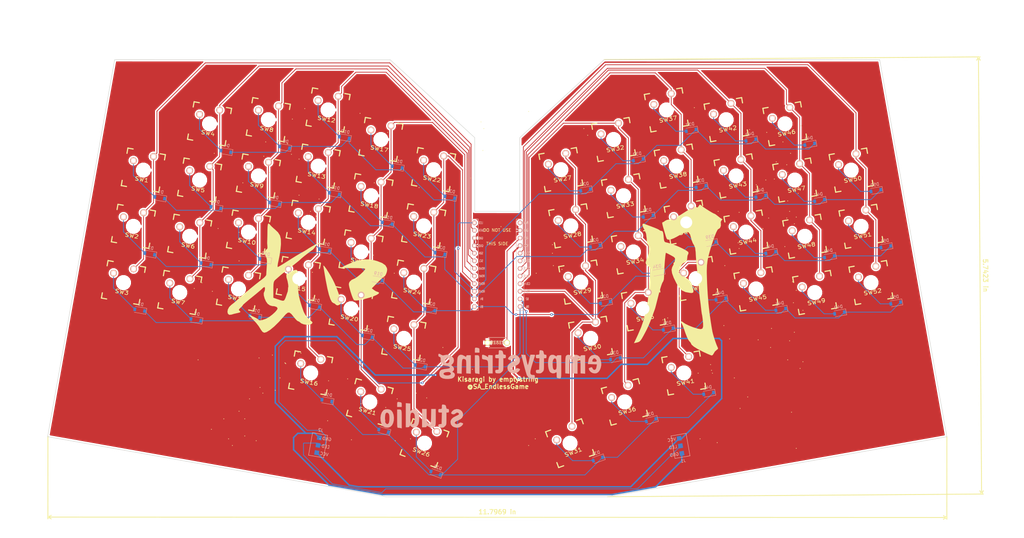
<source format=kicad_pcb>
(kicad_pcb (version 20171130) (host pcbnew "(5.0.2)-1")
  (layers (0 F.Cu signal) (31 B.Cu signal) (34 B.Paste user hide) (35 F.Paste user) (36 B.SilkS user) (37 F.SilkS user) (38 B.Mask user) (39 F.Mask user) (44 Edge.Cuts user))
  (net 0 "")
  (net 1 "Net-(D1-Pad2)")
  (net 2 row1)
  (net 3 row2)
  (net 4 "Net-(D2-Pad2)")
  (net 5 "Net-(D3-Pad2)")
  (net 6 row3)
  (net 7 row0)
  (net 8 "Net-(D4-Pad2)")
  (net 9 "Net-(D5-Pad2)")
  (net 10 "Net-(D6-Pad2)")
  (net 11 "Net-(D7-Pad2)")
  (net 12 "Net-(D8-Pad2)")
  (net 13 "Net-(D9-Pad2)")
  (net 14 "Net-(D10-Pad2)")
  (net 15 "Net-(D11-Pad2)")
  (net 16 "Net-(D12-Pad2)")
  (net 17 "Net-(D13-Pad2)")
  (net 18 "Net-(D14-Pad2)")
  (net 19 "Net-(D15-Pad2)")
  (net 20 row4)
  (net 21 "Net-(D16-Pad2)")
  (net 22 "Net-(D17-Pad2)")
  (net 23 "Net-(D18-Pad2)")
  (net 24 "Net-(D19-Pad2)")
  (net 25 "Net-(D20-Pad2)")
  (net 26 "Net-(D21-Pad2)")
  (net 27 "Net-(D22-Pad2)")
  (net 28 "Net-(D23-Pad2)")
  (net 29 "Net-(D24-Pad2)")
  (net 30 "Net-(D25-Pad2)")
  (net 31 "Net-(D26-Pad2)")
  (net 32 "Net-(D27-Pad2)")
  (net 33 "Net-(D28-Pad2)")
  (net 34 "Net-(D29-Pad2)")
  (net 35 "Net-(D30-Pad2)")
  (net 36 "Net-(D31-Pad2)")
  (net 37 "Net-(D32-Pad2)")
  (net 38 "Net-(D33-Pad2)")
  (net 39 "Net-(D34-Pad2)")
  (net 40 "Net-(D35-Pad2)")
  (net 41 "Net-(D36-Pad2)")
  (net 42 "Net-(D37-Pad2)")
  (net 43 "Net-(D38-Pad2)")
  (net 44 "Net-(D39-Pad2)")
  (net 45 "Net-(D40-Pad2)")
  (net 46 "Net-(D41-Pad2)")
  (net 47 "Net-(D42-Pad2)")
  (net 48 "Net-(D43-Pad2)")
  (net 49 "Net-(D44-Pad2)")
  (net 50 "Net-(D45-Pad2)")
  (net 51 "Net-(D46-Pad2)")
  (net 52 "Net-(D47-Pad2)")
  (net 53 "Net-(D48-Pad2)")
  (net 54 "Net-(D49-Pad2)")
  (net 55 "Net-(D50-Pad2)")
  (net 56 "Net-(D51-Pad2)")
  (net 57 "Net-(D52-Pad2)")
  (net 58 col0)
  (net 59 col1)
  (net 60 col2)
  (net 61 col3)
  (net 62 col4)
  (net 63 col5)
  (net 64 col6)
  (net 65 col7)
  (net 66 col8)
  (net 67 col9)
  (net 68 col10)
  (net 69 col11)
  (net 70 reset)
  (net 71 GND)
  (net 72 "Net-(U1-Pad24)")
  (net 73 VCC)
  (net 74 LED)
  (module kbd:LEDStrip (layer B.Cu) (at 276.37 220.85 190)
    (fp_text reference J1 (at 0 -5.08 190) (layer B.SilkS) (effects (justify mirror)))
    (fp_text value Conn_01x03)
    (fp_text user GND (at 2.54 -2.54 190) (layer B.SilkS) (effects (justify mirror)))
    (fp_text user LED (at 2.54 0 190) (layer B.SilkS) (effects (justify mirror)))
    (fp_text user VCC (at 2.54 2.54 190) (layer B.SilkS) (effects (justify mirror)))
    (pad 3 smd rect (at 0 -2.54 190) (size 1.524 1.524) (layers B.Cu B.Paste B.Mask) (net 71 GND))
    (pad 2 smd rect (at 0 0 190) (size 1.524 1.524) (layers B.Cu B.Paste B.Mask) (net 74 LED))
    (pad 1 smd rect (at 0 2.54 190) (size 1.524 1.524) (layers B.Cu B.Paste B.Mask) (net 73 VCC))
  )
  (module kbd:LEDStrip (layer B.Cu) (at 155.56 220.64 350)
    (fp_text reference J2 (at 0 -5.08 350) (layer B.SilkS) (effects (justify mirror)))
    (fp_text value Conn_01x03)
    (fp_text user VCC (at 2.54 2.54 350) (layer B.SilkS) (effects (justify mirror)))
    (fp_text user LED (at 2.54 0 350) (layer B.SilkS) (effects (justify mirror)))
    (fp_text user GND (at 2.54 -2.54 350) (layer B.SilkS) (effects (justify mirror)))
    (pad 1 smd rect (at 0 2.54 350) (size 1.524 1.524) (layers B.Cu B.Paste B.Mask) (net 73 VCC))
    (pad 2 smd rect (at 0 0 350) (size 1.524 1.524) (layers B.Cu B.Paste B.Mask) (net 74 LED))
    (pad 3 smd rect (at 0 -2.54 350) (size 1.524 1.524) (layers B.Cu B.Paste B.Mask) (net 71 GND))
  )
  (module Keebio-Parts:MX_Plate_100H (layer F.Cu) (at 119.39 113.4 350)
    (fp_text reference SW4 (at 0 3.175 350) (layer F.SilkS) (effects (font (size 1.27 1.524) (thickness 0.2032))))
    (fp_text value SW_PUSH hide)
    (pad HOLE np_thru_hole circle (at 0 0 350) (size 3.9878 3.9878) (drill 3.9878) (layers *.Cu))
    (pad 2 thru_hole circle (at -3.81 -2.54 350) (size 2.286 2.286) (drill 1.4986) (layers *.Cu *.SilkS *.Mask) (net 8 "Net-(D4-Pad2)"))
    (pad 1 thru_hole circle (at 2.54 -5.08 350) (size 2.286 2.286) (drill 1.4986) (layers *.Cu *.SilkS *.Mask) (net 59 col1))
  )
  (module Keebio-Parts:MX_Plate_100H (layer F.Cu) (at 97.32 128.85 350)
    (fp_text reference SW1 (at 0 3.175 350) (layer F.SilkS) (effects (font (size 1.27 1.524) (thickness 0.2032))))
    (fp_text value SW_PUSH hide)
    (pad 1 thru_hole circle (at 2.54 -5.08 350) (size 2.286 2.286) (drill 1.4986) (layers *.Cu *.SilkS *.Mask) (net 58 col0))
    (pad 2 thru_hole circle (at -3.81 -2.54 350) (size 2.286 2.286) (drill 1.4986) (layers *.Cu *.SilkS *.Mask) (net 1 "Net-(D1-Pad2)"))
    (pad HOLE np_thru_hole circle (at 0 0 350) (size 3.9878 3.9878) (drill 3.9878) (layers *.Cu))
  )
  (module Keebio-Parts:MX_Plate_100H (layer F.Cu) (at 116.077517 132.162421 350)
    (fp_text reference SW5 (at 0 3.175 350) (layer F.SilkS) (effects (font (size 1.27 1.524) (thickness 0.2032))))
    (fp_text value SW_PUSH hide)
    (pad HOLE np_thru_hole circle (at 0 0 350) (size 3.9878 3.9878) (drill 3.9878) (layers *.Cu))
    (pad 2 thru_hole circle (at -3.81 -2.54 350) (size 2.286 2.286) (drill 1.4986) (layers *.Cu *.SilkS *.Mask) (net 9 "Net-(D5-Pad2)"))
    (pad 1 thru_hole circle (at 2.54 -5.08 350) (size 2.286 2.286) (drill 1.4986) (layers *.Cu *.SilkS *.Mask) (net 59 col1))
  )
  (module Keebio-Parts:MX_Plate_100H (layer F.Cu) (at 112.77 150.92 350)
    (fp_text reference SW6 (at 0 3.175 350) (layer F.SilkS) (effects (font (size 1.27 1.524) (thickness 0.2032))))
    (fp_text value SW_PUSH hide)
    (pad 1 thru_hole circle (at 2.54 -5.08 350) (size 2.286 2.286) (drill 1.4986) (layers *.Cu *.SilkS *.Mask) (net 59 col1))
    (pad 2 thru_hole circle (at -3.81 -2.54 350) (size 2.286 2.286) (drill 1.4986) (layers *.Cu *.SilkS *.Mask) (net 10 "Net-(D6-Pad2)"))
    (pad HOLE np_thru_hole circle (at 0 0 350) (size 3.9878 3.9878) (drill 3.9878) (layers *.Cu))
  )
  (module Keebio-Parts:MX_Plate_100H (layer F.Cu) (at 109.46 169.68 350)
    (fp_text reference SW7 (at 0 3.175 350) (layer F.SilkS) (effects (font (size 1.27 1.524) (thickness 0.2032))))
    (fp_text value SW_PUSH hide)
    (pad HOLE np_thru_hole circle (at 0 0 350) (size 3.9878 3.9878) (drill 3.9878) (layers *.Cu))
    (pad 2 thru_hole circle (at -3.81 -2.54 350) (size 2.286 2.286) (drill 1.4986) (layers *.Cu *.SilkS *.Mask) (net 11 "Net-(D7-Pad2)"))
    (pad 1 thru_hole circle (at 2.54 -5.08 350) (size 2.286 2.286) (drill 1.4986) (layers *.Cu *.SilkS *.Mask) (net 59 col1))
  )
  (module Keebio-Parts:MX_Plate_100H (layer F.Cu) (at 138.98 112.02 350)
    (fp_text reference SW8 (at 0 3.175 350) (layer F.SilkS) (effects (font (size 1.27 1.524) (thickness 0.2032))))
    (fp_text value SW_PUSH hide)
    (pad 1 thru_hole circle (at 2.54 -5.08 350) (size 2.286 2.286) (drill 1.4986) (layers *.Cu *.SilkS *.Mask) (net 60 col2))
    (pad 2 thru_hole circle (at -3.81 -2.54 350) (size 2.286 2.286) (drill 1.4986) (layers *.Cu *.SilkS *.Mask) (net 12 "Net-(D8-Pad2)"))
    (pad HOLE np_thru_hole circle (at 0 0 350) (size 3.9878 3.9878) (drill 3.9878) (layers *.Cu))
  )
  (module Keebio-Parts:MX_Plate_100H (layer F.Cu) (at 135.67 130.78 350)
    (fp_text reference SW9 (at 0 3.175 350) (layer F.SilkS) (effects (font (size 1.27 1.524) (thickness 0.2032))))
    (fp_text value SW_PUSH hide)
    (pad HOLE np_thru_hole circle (at 0 0 350) (size 3.9878 3.9878) (drill 3.9878) (layers *.Cu))
    (pad 2 thru_hole circle (at -3.81 -2.54 350) (size 2.286 2.286) (drill 1.4986) (layers *.Cu *.SilkS *.Mask) (net 13 "Net-(D9-Pad2)"))
    (pad 1 thru_hole circle (at 2.54 -5.08 350) (size 2.286 2.286) (drill 1.4986) (layers *.Cu *.SilkS *.Mask) (net 60 col2))
  )
  (module Keebio-Parts:MX_Plate_100H (layer F.Cu) (at 132.36 149.53 350)
    (fp_text reference SW10 (at 0 3.175 350) (layer F.SilkS) (effects (font (size 1.27 1.524) (thickness 0.2032))))
    (fp_text value SW_PUSH hide)
    (pad 1 thru_hole circle (at 2.54 -5.08 350) (size 2.286 2.286) (drill 1.4986) (layers *.Cu *.SilkS *.Mask) (net 60 col2))
    (pad 2 thru_hole circle (at -3.81 -2.54 350) (size 2.286 2.286) (drill 1.4986) (layers *.Cu *.SilkS *.Mask) (net 14 "Net-(D10-Pad2)"))
    (pad HOLE np_thru_hole circle (at 0 0 350) (size 3.9878 3.9878) (drill 3.9878) (layers *.Cu))
  )
  (module Keebio-Parts:MX_Plate_100H (layer F.Cu) (at 129.02 168.48 350)
    (fp_text reference SW11 (at 0 3.175 350) (layer F.SilkS) (effects (font (size 1.27 1.524) (thickness 0.2032))))
    (fp_text value SW_PUSH hide)
    (pad HOLE np_thru_hole circle (at 0 0 350) (size 3.9878 3.9878) (drill 3.9878) (layers *.Cu))
    (pad 2 thru_hole circle (at -3.81 -2.54 350) (size 2.286 2.286) (drill 1.4986) (layers *.Cu *.SilkS *.Mask) (net 15 "Net-(D11-Pad2)"))
    (pad 1 thru_hole circle (at 2.54 -5.08 350) (size 2.286 2.286) (drill 1.4986) (layers *.Cu *.SilkS *.Mask) (net 60 col2))
  )
  (module Keebio-Parts:MX_Plate_100H (layer F.Cu) (at 158.89 108.76 350)
    (fp_text reference SW12 (at 0 3.175 350) (layer F.SilkS) (effects (font (size 1.27 1.524) (thickness 0.2032))))
    (fp_text value SW_PUSH hide)
    (pad 1 thru_hole circle (at 2.54 -5.08 350) (size 2.286 2.286) (drill 1.4986) (layers *.Cu *.SilkS *.Mask) (net 61 col3))
    (pad 2 thru_hole circle (at -3.81 -2.54 350) (size 2.286 2.286) (drill 1.4986) (layers *.Cu *.SilkS *.Mask) (net 16 "Net-(D12-Pad2)"))
    (pad HOLE np_thru_hole circle (at 0 0 350) (size 3.9878 3.9878) (drill 3.9878) (layers *.Cu))
  )
  (module Keebio-Parts:MX_Plate_100H (layer F.Cu) (at 155.58 127.51 350)
    (fp_text reference SW13 (at 0 3.175 350) (layer F.SilkS) (effects (font (size 1.27 1.524) (thickness 0.2032))))
    (fp_text value SW_PUSH hide)
    (pad HOLE np_thru_hole circle (at 0 0 350) (size 3.9878 3.9878) (drill 3.9878) (layers *.Cu))
    (pad 2 thru_hole circle (at -3.81 -2.54 350) (size 2.286 2.286) (drill 1.4986) (layers *.Cu *.SilkS *.Mask) (net 17 "Net-(D13-Pad2)"))
    (pad 1 thru_hole circle (at 2.54 -5.08 350) (size 2.286 2.286) (drill 1.4986) (layers *.Cu *.SilkS *.Mask) (net 61 col3))
  )
  (module Keebio-Parts:MX_Plate_100H (layer F.Cu) (at 152.28 146.27 350)
    (fp_text reference SW14 (at 0 3.175 350) (layer F.SilkS) (effects (font (size 1.27 1.524) (thickness 0.2032))))
    (fp_text value SW_PUSH hide)
    (pad 1 thru_hole circle (at 2.54 -5.08 350) (size 2.286 2.286) (drill 1.4986) (layers *.Cu *.SilkS *.Mask) (net 61 col3))
    (pad 2 thru_hole circle (at -3.81 -2.54 350) (size 2.286 2.286) (drill 1.4986) (layers *.Cu *.SilkS *.Mask) (net 18 "Net-(D14-Pad2)"))
    (pad HOLE np_thru_hole circle (at 0 0 350) (size 3.9878 3.9878) (drill 3.9878) (layers *.Cu))
  )
  (module Keebio-Parts:MX_Plate_100H (layer F.Cu) (at 148.97 165.04 350)
    (fp_text reference SW15 (at 0 3.175 350) (layer F.SilkS) (effects (font (size 1.27 1.524) (thickness 0.2032))))
    (fp_text value SW_PUSH hide)
    (pad HOLE np_thru_hole circle (at 0 0 350) (size 3.9878 3.9878) (drill 3.9878) (layers *.Cu))
    (pad 2 thru_hole circle (at -3.81 -2.54 350) (size 2.286 2.286) (drill 1.4986) (layers *.Cu *.SilkS *.Mask) (net 19 "Net-(D15-Pad2)"))
    (pad 1 thru_hole circle (at 2.54 -5.08 350) (size 2.286 2.286) (drill 1.4986) (layers *.Cu *.SilkS *.Mask) (net 61 col3))
  )
  (module Keebio-Parts:MX_Plate_100H (layer F.Cu) (at 153.09 196.52 350)
    (fp_text reference SW16 (at 0 3.175 350) (layer F.SilkS) (effects (font (size 1.27 1.524) (thickness 0.2032))))
    (fp_text value SW_PUSH hide)
    (pad 1 thru_hole circle (at 2.54 -5.08 350) (size 2.286 2.286) (drill 1.4986) (layers *.Cu *.SilkS *.Mask) (net 61 col3))
    (pad 2 thru_hole circle (at -3.81 -2.54 350) (size 2.286 2.286) (drill 1.4986) (layers *.Cu *.SilkS *.Mask) (net 21 "Net-(D16-Pad2)"))
    (pad HOLE np_thru_hole circle (at 0 0 350) (size 3.9878 3.9878) (drill 3.9878) (layers *.Cu))
  )
  (module Keebio-Parts:MX_Plate_100H (layer F.Cu) (at 176.5 118.63 350)
    (fp_text reference SW17 (at 0 3.175 350) (layer F.SilkS) (effects (font (size 1.27 1.524) (thickness 0.2032))))
    (fp_text value SW_PUSH hide)
    (pad HOLE np_thru_hole circle (at 0 0 350) (size 3.9878 3.9878) (drill 3.9878) (layers *.Cu))
    (pad 2 thru_hole circle (at -3.81 -2.54 350) (size 2.286 2.286) (drill 1.4986) (layers *.Cu *.SilkS *.Mask) (net 22 "Net-(D17-Pad2)"))
    (pad 1 thru_hole circle (at 2.54 -5.08 350) (size 2.286 2.286) (drill 1.4986) (layers *.Cu *.SilkS *.Mask) (net 62 col4))
  )
  (module Keebio-Parts:MX_Plate_100H (layer F.Cu) (at 173.19 137.39 350)
    (fp_text reference SW18 (at 0 3.175 350) (layer F.SilkS) (effects (font (size 1.27 1.524) (thickness 0.2032))))
    (fp_text value SW_PUSH hide)
    (pad 1 thru_hole circle (at 2.54 -5.08 350) (size 2.286 2.286) (drill 1.4986) (layers *.Cu *.SilkS *.Mask) (net 62 col4))
    (pad 2 thru_hole circle (at -3.81 -2.54 350) (size 2.286 2.286) (drill 1.4986) (layers *.Cu *.SilkS *.Mask) (net 23 "Net-(D18-Pad2)"))
    (pad HOLE np_thru_hole circle (at 0 0 350) (size 3.9878 3.9878) (drill 3.9878) (layers *.Cu))
  )
  (module Keebio-Parts:MX_Plate_100H (layer F.Cu) (at 169.88 156.15 350)
    (fp_text reference SW19 (at 0 3.175 350) (layer F.SilkS) (effects (font (size 1.27 1.524) (thickness 0.2032))))
    (fp_text value SW_PUSH hide)
    (pad HOLE np_thru_hole circle (at 0 0 350) (size 3.9878 3.9878) (drill 3.9878) (layers *.Cu))
    (pad 2 thru_hole circle (at -3.81 -2.54 350) (size 2.286 2.286) (drill 1.4986) (layers *.Cu *.SilkS *.Mask) (net 24 "Net-(D19-Pad2)"))
    (pad 1 thru_hole circle (at 2.54 -5.08 350) (size 2.286 2.286) (drill 1.4986) (layers *.Cu *.SilkS *.Mask) (net 62 col4))
  )
  (module Keebio-Parts:MX_Plate_100H (layer F.Cu) (at 166.54 175.1 350)
    (fp_text reference SW20 (at 0 3.175 350) (layer F.SilkS) (effects (font (size 1.27 1.524) (thickness 0.2032))))
    (fp_text value SW_PUSH hide)
    (pad 1 thru_hole circle (at 2.54 -5.08 350) (size 2.286 2.286) (drill 1.4986) (layers *.Cu *.SilkS *.Mask) (net 62 col4))
    (pad 2 thru_hole circle (at -3.81 -2.54 350) (size 2.286 2.286) (drill 1.4986) (layers *.Cu *.SilkS *.Mask) (net 25 "Net-(D20-Pad2)"))
    (pad HOLE np_thru_hole circle (at 0 0 350) (size 3.9878 3.9878) (drill 3.9878) (layers *.Cu))
  )
  (module Keebio-Parts:MX_Plate_100H (layer F.Cu) (at 172.81 206.18 345)
    (fp_text reference SW21 (at 0 3.175 345) (layer F.SilkS) (effects (font (size 1.27 1.524) (thickness 0.2032))))
    (fp_text value SW_PUSH hide)
    (pad HOLE np_thru_hole circle (at 0 0 345) (size 3.9878 3.9878) (drill 3.9878) (layers *.Cu))
    (pad 2 thru_hole circle (at -3.81 -2.54 345) (size 2.286 2.286) (drill 1.4986) (layers *.Cu *.SilkS *.Mask) (net 26 "Net-(D21-Pad2)"))
    (pad 1 thru_hole circle (at 2.54 -5.08 345) (size 2.286 2.286) (drill 1.4986) (layers *.Cu *.SilkS *.Mask) (net 62 col4))
  )
  (module Keebio-Parts:MX_Plate_100H (layer F.Cu) (at 194.06 128.7 350)
    (fp_text reference SW22 (at 0 3.175 350) (layer F.SilkS) (effects (font (size 1.27 1.524) (thickness 0.2032))))
    (fp_text value SW_PUSH hide)
    (pad 1 thru_hole circle (at 2.54 -5.08 350) (size 2.286 2.286) (drill 1.4986) (layers *.Cu *.SilkS *.Mask) (net 63 col5))
    (pad 2 thru_hole circle (at -3.81 -2.54 350) (size 2.286 2.286) (drill 1.4986) (layers *.Cu *.SilkS *.Mask) (net 27 "Net-(D22-Pad2)"))
    (pad HOLE np_thru_hole circle (at 0 0 350) (size 3.9878 3.9878) (drill 3.9878) (layers *.Cu))
  )
  (module Keebio-Parts:MX_Plate_100H (layer F.Cu) (at 190.76 147.45 350)
    (fp_text reference SW23 (at 0 3.175 350) (layer F.SilkS) (effects (font (size 1.27 1.524) (thickness 0.2032))))
    (fp_text value SW_PUSH hide)
    (pad HOLE np_thru_hole circle (at 0 0 350) (size 3.9878 3.9878) (drill 3.9878) (layers *.Cu))
    (pad 2 thru_hole circle (at -3.81 -2.54 350) (size 2.286 2.286) (drill 1.4986) (layers *.Cu *.SilkS *.Mask) (net 28 "Net-(D23-Pad2)"))
    (pad 1 thru_hole circle (at 2.54 -5.08 350) (size 2.286 2.286) (drill 1.4986) (layers *.Cu *.SilkS *.Mask) (net 63 col5))
  )
  (module Keebio-Parts:MX_Plate_100H (layer F.Cu) (at 187.45 166.22 350)
    (fp_text reference SW24 (at 0 3.175 350) (layer F.SilkS) (effects (font (size 1.27 1.524) (thickness 0.2032))))
    (fp_text value SW_PUSH hide)
    (pad 1 thru_hole circle (at 2.54 -5.08 350) (size 2.286 2.286) (drill 1.4986) (layers *.Cu *.SilkS *.Mask) (net 63 col5))
    (pad 2 thru_hole circle (at -3.81 -2.54 350) (size 2.286 2.286) (drill 1.4986) (layers *.Cu *.SilkS *.Mask) (net 29 "Net-(D24-Pad2)"))
    (pad HOLE np_thru_hole circle (at 0 0 350) (size 3.9878 3.9878) (drill 3.9878) (layers *.Cu))
  )
  (module Keebio-Parts:MX_Plate_100H (layer F.Cu) (at 184.14 184.98 350)
    (fp_text reference SW25 (at 0 3.175 350) (layer F.SilkS) (effects (font (size 1.27 1.524) (thickness 0.2032))))
    (fp_text value SW_PUSH hide)
    (pad HOLE np_thru_hole circle (at 0 0 350) (size 3.9878 3.9878) (drill 3.9878) (layers *.Cu))
    (pad 2 thru_hole circle (at -3.81 -2.54 350) (size 2.286 2.286) (drill 1.4986) (layers *.Cu *.SilkS *.Mask) (net 30 "Net-(D25-Pad2)"))
    (pad 1 thru_hole circle (at 2.54 -5.08 350) (size 2.286 2.286) (drill 1.4986) (layers *.Cu *.SilkS *.Mask) (net 63 col5))
  )
  (module Keebio-Parts:MX_Plate_100H (layer F.Cu) (at 191.02 219.95 340)
    (fp_text reference SW26 (at 0 3.175 340) (layer F.SilkS) (effects (font (size 1.27 1.524) (thickness 0.2032))))
    (fp_text value SW_PUSH hide)
    (pad 1 thru_hole circle (at 2.540001 -5.08 340) (size 2.286 2.286) (drill 1.4986) (layers *.Cu *.SilkS *.Mask) (net 63 col5))
    (pad 2 thru_hole circle (at -3.81 -2.54 340) (size 2.286 2.286) (drill 1.4986) (layers *.Cu *.SilkS *.Mask) (net 31 "Net-(D26-Pad2)"))
    (pad HOLE np_thru_hole circle (at 0 0 340) (size 3.9878 3.9878) (drill 3.9878) (layers *.Cu))
  )
  (module Keebio-Parts:MX_Plate_100H (layer F.Cu) (at 236.5 128.69 10)
    (fp_text reference SW27 (at 0 3.175 10) (layer F.SilkS) (effects (font (size 1.27 1.524) (thickness 0.2032))))
    (fp_text value SW_PUSH hide)
    (pad HOLE np_thru_hole circle (at 0 0 10) (size 3.9878 3.9878) (drill 3.9878) (layers *.Cu))
    (pad 2 thru_hole circle (at -3.81 -2.54 10) (size 2.286 2.286) (drill 1.4986) (layers *.Cu *.SilkS *.Mask) (net 32 "Net-(D27-Pad2)"))
    (pad 1 thru_hole circle (at 2.54 -5.08 10) (size 2.286 2.286) (drill 1.4986) (layers *.Cu *.SilkS *.Mask) (net 64 col6))
  )
  (module Keebio-Parts:MX_Plate_100H (layer F.Cu) (at 239.8 147.45 10)
    (fp_text reference SW28 (at 0 3.175 10) (layer F.SilkS) (effects (font (size 1.27 1.524) (thickness 0.2032))))
    (fp_text value SW_PUSH hide)
    (pad 1 thru_hole circle (at 2.54 -5.08 10) (size 2.286 2.286) (drill 1.4986) (layers *.Cu *.SilkS *.Mask) (net 64 col6))
    (pad 2 thru_hole circle (at -3.81 -2.54 10) (size 2.286 2.286) (drill 1.4986) (layers *.Cu *.SilkS *.Mask) (net 33 "Net-(D28-Pad2)"))
    (pad HOLE np_thru_hole circle (at 0 0 10) (size 3.9878 3.9878) (drill 3.9878) (layers *.Cu))
  )
  (module Keebio-Parts:MX_Plate_100H (layer F.Cu) (at 243.12 166.21 10)
    (fp_text reference SW29 (at 0 3.175 10) (layer F.SilkS) (effects (font (size 1.27 1.524) (thickness 0.2032))))
    (fp_text value SW_PUSH hide)
    (pad HOLE np_thru_hole circle (at 0 0 10) (size 3.9878 3.9878) (drill 3.9878) (layers *.Cu))
    (pad 2 thru_hole circle (at -3.81 -2.54 10) (size 2.286 2.286) (drill 1.4986) (layers *.Cu *.SilkS *.Mask) (net 34 "Net-(D29-Pad2)"))
    (pad 1 thru_hole circle (at 2.54 -5.08 10) (size 2.286 2.286) (drill 1.4986) (layers *.Cu *.SilkS *.Mask) (net 64 col6))
  )
  (module Keebio-Parts:MX_Plate_100H (layer F.Cu) (at 246.42 184.98 10)
    (fp_text reference SW30 (at 0 3.175 10) (layer F.SilkS) (effects (font (size 1.27 1.524) (thickness 0.2032))))
    (fp_text value SW_PUSH hide)
    (pad 1 thru_hole circle (at 2.54 -5.08 10) (size 2.286 2.286) (drill 1.4986) (layers *.Cu *.SilkS *.Mask) (net 64 col6))
    (pad 2 thru_hole circle (at -3.81 -2.54 10) (size 2.286 2.286) (drill 1.4986) (layers *.Cu *.SilkS *.Mask) (net 35 "Net-(D30-Pad2)"))
    (pad HOLE np_thru_hole circle (at 0 0 10) (size 3.9878 3.9878) (drill 3.9878) (layers *.Cu))
  )
  (module Keebio-Parts:MX_Plate_100H (layer F.Cu) (at 239.55 219.95 20)
    (fp_text reference SW31 (at 0 3.175 20) (layer F.SilkS) (effects (font (size 1.27 1.524) (thickness 0.2032))))
    (fp_text value SW_PUSH hide)
    (pad HOLE np_thru_hole circle (at 0 0 20) (size 3.9878 3.9878) (drill 3.9878) (layers *.Cu))
    (pad 2 thru_hole circle (at -3.81 -2.54 20) (size 2.286 2.286) (drill 1.4986) (layers *.Cu *.SilkS *.Mask) (net 36 "Net-(D31-Pad2)"))
    (pad 1 thru_hole circle (at 2.54 -5.08 20) (size 2.286 2.286) (drill 1.4986) (layers *.Cu *.SilkS *.Mask) (net 64 col6))
  )
  (module Keebio-Parts:MX_Plate_100H (layer F.Cu) (at 254.07 118.63 10)
    (fp_text reference SW32 (at 0 3.175 10) (layer F.SilkS) (effects (font (size 1.27 1.524) (thickness 0.2032))))
    (fp_text value SW_PUSH hide)
    (pad 1 thru_hole circle (at 2.54 -5.08 10) (size 2.286 2.286) (drill 1.4986) (layers *.Cu *.SilkS *.Mask) (net 65 col7))
    (pad 2 thru_hole circle (at -3.81 -2.54 10) (size 2.286 2.286) (drill 1.4986) (layers *.Cu *.SilkS *.Mask) (net 37 "Net-(D32-Pad2)"))
    (pad HOLE np_thru_hole circle (at 0 0 10) (size 3.9878 3.9878) (drill 3.9878) (layers *.Cu))
  )
  (module Keebio-Parts:MX_Plate_100H (layer F.Cu) (at 257.38 137.39 10)
    (fp_text reference SW33 (at 0 3.175 10) (layer F.SilkS) (effects (font (size 1.27 1.524) (thickness 0.2032))))
    (fp_text value SW_PUSH hide)
    (pad HOLE np_thru_hole circle (at 0 0 10) (size 3.9878 3.9878) (drill 3.9878) (layers *.Cu))
    (pad 2 thru_hole circle (at -3.81 -2.54 10) (size 2.286 2.286) (drill 1.4986) (layers *.Cu *.SilkS *.Mask) (net 38 "Net-(D33-Pad2)"))
    (pad 1 thru_hole circle (at 2.54 -5.08 10) (size 2.286 2.286) (drill 1.4986) (layers *.Cu *.SilkS *.Mask) (net 65 col7))
  )
  (module Keebio-Parts:MX_Plate_100H (layer F.Cu) (at 260.68 156.15 10)
    (fp_text reference SW34 (at 0 3.175 10) (layer F.SilkS) (effects (font (size 1.27 1.524) (thickness 0.2032))))
    (fp_text value SW_PUSH hide)
    (pad 1 thru_hole circle (at 2.54 -5.08 10) (size 2.286 2.286) (drill 1.4986) (layers *.Cu *.SilkS *.Mask) (net 65 col7))
    (pad 2 thru_hole circle (at -3.81 -2.54 10) (size 2.286 2.286) (drill 1.4986) (layers *.Cu *.SilkS *.Mask) (net 39 "Net-(D34-Pad2)"))
    (pad HOLE np_thru_hole circle (at 0 0 10) (size 3.9878 3.9878) (drill 3.9878) (layers *.Cu))
  )
  (module Keebio-Parts:MX_Plate_100H (layer F.Cu) (at 264.03 175.1 10)
    (fp_text reference SW35 (at 0 3.175 10) (layer F.SilkS) (effects (font (size 1.27 1.524) (thickness 0.2032))))
    (fp_text value SW_PUSH hide)
    (pad HOLE np_thru_hole circle (at 0 0 10) (size 3.9878 3.9878) (drill 3.9878) (layers *.Cu))
    (pad 2 thru_hole circle (at -3.81 -2.54 10) (size 2.286 2.286) (drill 1.4986) (layers *.Cu *.SilkS *.Mask) (net 40 "Net-(D35-Pad2)"))
    (pad 1 thru_hole circle (at 2.54 -5.08 10) (size 2.286 2.286) (drill 1.4986) (layers *.Cu *.SilkS *.Mask) (net 65 col7))
  )
  (module Keebio-Parts:MX_Plate_100H (layer F.Cu) (at 257.76 206.18 15)
    (fp_text reference SW36 (at 0 3.175 15) (layer F.SilkS) (effects (font (size 1.27 1.524) (thickness 0.2032))))
    (fp_text value SW_PUSH hide)
    (pad 1 thru_hole circle (at 2.54 -5.08 15) (size 2.286 2.286) (drill 1.4986) (layers *.Cu *.SilkS *.Mask) (net 65 col7))
    (pad 2 thru_hole circle (at -3.81 -2.54 15) (size 2.286 2.286) (drill 1.4986) (layers *.Cu *.SilkS *.Mask) (net 41 "Net-(D36-Pad2)"))
    (pad HOLE np_thru_hole circle (at 0 0 15) (size 3.9878 3.9878) (drill 3.9878) (layers *.Cu))
  )
  (module Keebio-Parts:MX_Plate_100H (layer F.Cu) (at 271.67 108.76 10)
    (fp_text reference SW37 (at 0 3.175 10) (layer F.SilkS) (effects (font (size 1.27 1.524) (thickness 0.2032))))
    (fp_text value SW_PUSH hide)
    (pad HOLE np_thru_hole circle (at 0 0 10) (size 3.9878 3.9878) (drill 3.9878) (layers *.Cu))
    (pad 2 thru_hole circle (at -3.81 -2.54 10) (size 2.286 2.286) (drill 1.4986) (layers *.Cu *.SilkS *.Mask) (net 42 "Net-(D37-Pad2)"))
    (pad 1 thru_hole circle (at 2.54 -5.08 10) (size 2.286 2.286) (drill 1.4986) (layers *.Cu *.SilkS *.Mask) (net 66 col8))
  )
  (module Keebio-Parts:MX_Plate_100H (layer F.Cu) (at 274.98 127.51 10)
    (fp_text reference SW38 (at 0 3.175 10) (layer F.SilkS) (effects (font (size 1.27 1.524) (thickness 0.2032))))
    (fp_text value SW_PUSH hide)
    (pad 1 thru_hole circle (at 2.54 -5.08 10) (size 2.286 2.286) (drill 1.4986) (layers *.Cu *.SilkS *.Mask) (net 66 col8))
    (pad 2 thru_hole circle (at -3.81 -2.54 10) (size 2.286 2.286) (drill 1.4986) (layers *.Cu *.SilkS *.Mask) (net 43 "Net-(D38-Pad2)"))
    (pad HOLE np_thru_hole circle (at 0 0 10) (size 3.9878 3.9878) (drill 3.9878) (layers *.Cu))
  )
  (module Keebio-Parts:MX_Plate_100H (layer F.Cu) (at 278.29 146.28 10)
    (fp_text reference SW39 (at 0 3.175 10) (layer F.SilkS) (effects (font (size 1.27 1.524) (thickness 0.2032))))
    (fp_text value SW_PUSH hide)
    (pad HOLE np_thru_hole circle (at 0 0 10) (size 3.9878 3.9878) (drill 3.9878) (layers *.Cu))
    (pad 2 thru_hole circle (at -3.81 -2.54 10) (size 2.286 2.286) (drill 1.4986) (layers *.Cu *.SilkS *.Mask) (net 44 "Net-(D39-Pad2)"))
    (pad 1 thru_hole circle (at 2.54 -5.08 10) (size 2.286 2.286) (drill 1.4986) (layers *.Cu *.SilkS *.Mask) (net 66 col8))
  )
  (module Keebio-Parts:MX_Plate_100H (layer F.Cu) (at 281.59 165.04 10)
    (fp_text reference SW40 (at 0 3.175 10) (layer F.SilkS) (effects (font (size 1.27 1.524) (thickness 0.2032))))
    (fp_text value SW_PUSH hide)
    (pad 1 thru_hole circle (at 2.54 -5.08 10) (size 2.286 2.286) (drill 1.4986) (layers *.Cu *.SilkS *.Mask) (net 66 col8))
    (pad 2 thru_hole circle (at -3.81 -2.54 10) (size 2.286 2.286) (drill 1.4986) (layers *.Cu *.SilkS *.Mask) (net 45 "Net-(D40-Pad2)"))
    (pad HOLE np_thru_hole circle (at 0 0 10) (size 3.9878 3.9878) (drill 3.9878) (layers *.Cu))
  )
  (module Keebio-Parts:MX_Plate_100H (layer F.Cu) (at 277.48 196.52 10)
    (fp_text reference SW41 (at 0 3.175 10) (layer F.SilkS) (effects (font (size 1.27 1.524) (thickness 0.2032))))
    (fp_text value SW_PUSH hide)
    (pad HOLE np_thru_hole circle (at 0 0 10) (size 3.9878 3.9878) (drill 3.9878) (layers *.Cu))
    (pad 2 thru_hole circle (at -3.81 -2.54 10) (size 2.286 2.286) (drill 1.4986) (layers *.Cu *.SilkS *.Mask) (net 46 "Net-(D41-Pad2)"))
    (pad 1 thru_hole circle (at 2.54 -5.08 10) (size 2.286 2.286) (drill 1.4986) (layers *.Cu *.SilkS *.Mask) (net 66 col8))
  )
  (module Keebio-Parts:MX_Plate_100H (layer F.Cu) (at 291.59 112.02 10)
    (fp_text reference SW42 (at 0 3.175 10) (layer F.SilkS) (effects (font (size 1.27 1.524) (thickness 0.2032))))
    (fp_text value SW_PUSH hide)
    (pad 1 thru_hole circle (at 2.54 -5.08 10) (size 2.286 2.286) (drill 1.4986) (layers *.Cu *.SilkS *.Mask) (net 67 col9))
    (pad 2 thru_hole circle (at -3.81 -2.54 10) (size 2.286 2.286) (drill 1.4986) (layers *.Cu *.SilkS *.Mask) (net 47 "Net-(D42-Pad2)"))
    (pad HOLE np_thru_hole circle (at 0 0 10) (size 3.9878 3.9878) (drill 3.9878) (layers *.Cu))
  )
  (module Keebio-Parts:MX_Plate_100H (layer F.Cu) (at 294.9 130.77 10)
    (fp_text reference SW43 (at 0 3.175 10) (layer F.SilkS) (effects (font (size 1.27 1.524) (thickness 0.2032))))
    (fp_text value SW_PUSH hide)
    (pad HOLE np_thru_hole circle (at 0 0 10) (size 3.9878 3.9878) (drill 3.9878) (layers *.Cu))
    (pad 2 thru_hole circle (at -3.81 -2.54 10) (size 2.286 2.286) (drill 1.4986) (layers *.Cu *.SilkS *.Mask) (net 48 "Net-(D43-Pad2)"))
    (pad 1 thru_hole circle (at 2.54 -5.08 10) (size 2.286 2.286) (drill 1.4986) (layers *.Cu *.SilkS *.Mask) (net 67 col9))
  )
  (module Keebio-Parts:MX_Plate_100H (layer F.Cu) (at 298.21 149.54 10)
    (fp_text reference SW44 (at 0 3.175 10) (layer F.SilkS) (effects (font (size 1.27 1.524) (thickness 0.2032))))
    (fp_text value SW_PUSH hide)
    (pad 1 thru_hole circle (at 2.54 -5.08 10) (size 2.286 2.286) (drill 1.4986) (layers *.Cu *.SilkS *.Mask) (net 67 col9))
    (pad 2 thru_hole circle (at -3.81 -2.54 10) (size 2.286 2.286) (drill 1.4986) (layers *.Cu *.SilkS *.Mask) (net 49 "Net-(D44-Pad2)"))
    (pad HOLE np_thru_hole circle (at 0 0 10) (size 3.9878 3.9878) (drill 3.9878) (layers *.Cu))
  )
  (module Keebio-Parts:MX_Plate_100H (layer F.Cu) (at 301.54 168.48 10)
    (fp_text reference SW45 (at 0 3.175 10) (layer F.SilkS) (effects (font (size 1.27 1.524) (thickness 0.2032))))
    (fp_text value SW_PUSH hide)
    (pad HOLE np_thru_hole circle (at 0 0 10) (size 3.9878 3.9878) (drill 3.9878) (layers *.Cu))
    (pad 2 thru_hole circle (at -3.81 -2.54 10) (size 2.286 2.286) (drill 1.4986) (layers *.Cu *.SilkS *.Mask) (net 50 "Net-(D45-Pad2)"))
    (pad 1 thru_hole circle (at 2.54 -5.08 10) (size 2.286 2.286) (drill 1.4986) (layers *.Cu *.SilkS *.Mask) (net 67 col9))
  )
  (module Keebio-Parts:MX_Plate_100H (layer F.Cu) (at 311.18 113.39 10)
    (fp_text reference SW46 (at 0 3.175 10) (layer F.SilkS) (effects (font (size 1.27 1.524) (thickness 0.2032))))
    (fp_text value SW_PUSH hide)
    (pad 1 thru_hole circle (at 2.54 -5.08 10) (size 2.286 2.286) (drill 1.4986) (layers *.Cu *.SilkS *.Mask) (net 68 col10))
    (pad 2 thru_hole circle (at -3.81 -2.54 10) (size 2.286 2.286) (drill 1.4986) (layers *.Cu *.SilkS *.Mask) (net 51 "Net-(D46-Pad2)"))
    (pad HOLE np_thru_hole circle (at 0 0 10) (size 3.9878 3.9878) (drill 3.9878) (layers *.Cu))
  )
  (module Keebio-Parts:MX_Plate_100H (layer F.Cu) (at 314.48 132.16 10)
    (fp_text reference SW47 (at 0 3.175 10) (layer F.SilkS) (effects (font (size 1.27 1.524) (thickness 0.2032))))
    (fp_text value SW_PUSH hide)
    (pad HOLE np_thru_hole circle (at 0 0 10) (size 3.9878 3.9878) (drill 3.9878) (layers *.Cu))
    (pad 2 thru_hole circle (at -3.81 -2.54 10) (size 2.286 2.286) (drill 1.4986) (layers *.Cu *.SilkS *.Mask) (net 52 "Net-(D47-Pad2)"))
    (pad 1 thru_hole circle (at 2.54 -5.08 10) (size 2.286 2.286) (drill 1.4986) (layers *.Cu *.SilkS *.Mask) (net 68 col10))
  )
  (module Keebio-Parts:MX_Plate_100H (layer F.Cu) (at 317.8 150.92 10)
    (fp_text reference SW48 (at 0 3.175 10) (layer F.SilkS) (effects (font (size 1.27 1.524) (thickness 0.2032))))
    (fp_text value SW_PUSH hide)
    (pad 1 thru_hole circle (at 2.54 -5.08 10) (size 2.286 2.286) (drill 1.4986) (layers *.Cu *.SilkS *.Mask) (net 68 col10))
    (pad 2 thru_hole circle (at -3.81 -2.54 10) (size 2.286 2.286) (drill 1.4986) (layers *.Cu *.SilkS *.Mask) (net 53 "Net-(D48-Pad2)"))
    (pad HOLE np_thru_hole circle (at 0 0 10) (size 3.9878 3.9878) (drill 3.9878) (layers *.Cu))
  )
  (module Keebio-Parts:MX_Plate_100H (layer F.Cu) (at 321.11 169.69 10)
    (fp_text reference SW49 (at 0 3.175 10) (layer F.SilkS) (effects (font (size 1.27 1.524) (thickness 0.2032))))
    (fp_text value SW_PUSH hide)
    (pad HOLE np_thru_hole circle (at 0 0 10) (size 3.9878 3.9878) (drill 3.9878) (layers *.Cu))
    (pad 2 thru_hole circle (at -3.81 -2.54 10) (size 2.286 2.286) (drill 1.4986) (layers *.Cu *.SilkS *.Mask) (net 54 "Net-(D49-Pad2)"))
    (pad 1 thru_hole circle (at 2.54 -5.08 10) (size 2.286 2.286) (drill 1.4986) (layers *.Cu *.SilkS *.Mask) (net 68 col10))
  )
  (module Keebio-Parts:MX_Plate_100H (layer F.Cu) (at 333.25 128.85 10)
    (fp_text reference SW50 (at 0 3.175 10) (layer F.SilkS) (effects (font (size 1.27 1.524) (thickness 0.2032))))
    (fp_text value SW_PUSH hide)
    (pad 1 thru_hole circle (at 2.54 -5.08 10) (size 2.286 2.286) (drill 1.4986) (layers *.Cu *.SilkS *.Mask) (net 69 col11))
    (pad 2 thru_hole circle (at -3.81 -2.54 10) (size 2.286 2.286) (drill 1.4986) (layers *.Cu *.SilkS *.Mask) (net 55 "Net-(D50-Pad2)"))
    (pad HOLE np_thru_hole circle (at 0 0 10) (size 3.9878 3.9878) (drill 3.9878) (layers *.Cu))
  )
  (module Keebio-Parts:MX_Plate_100H (layer F.Cu) (at 336.55 147.61 10)
    (fp_text reference SW51 (at 0 3.175 10) (layer F.SilkS) (effects (font (size 1.27 1.524) (thickness 0.2032))))
    (fp_text value SW_PUSH hide)
    (pad HOLE np_thru_hole circle (at 0 0 10) (size 3.9878 3.9878) (drill 3.9878) (layers *.Cu))
    (pad 2 thru_hole circle (at -3.81 -2.54 10) (size 2.286 2.286) (drill 1.4986) (layers *.Cu *.SilkS *.Mask) (net 56 "Net-(D51-Pad2)"))
    (pad 1 thru_hole circle (at 2.54 -5.08 10) (size 2.286 2.286) (drill 1.4986) (layers *.Cu *.SilkS *.Mask) (net 69 col11))
  )
  (module Keebio-Parts:MX_Plate_100H (layer F.Cu) (at 339.86 166.37 10)
    (fp_text reference SW52 (at 0 3.175 10) (layer F.SilkS) (effects (font (size 1.27 1.524) (thickness 0.2032))))
    (fp_text value SW_PUSH hide)
    (pad 1 thru_hole circle (at 2.54 -5.08 10) (size 2.286 2.286) (drill 1.4986) (layers *.Cu *.SilkS *.Mask) (net 69 col11))
    (pad 2 thru_hole circle (at -3.81 -2.54 10) (size 2.286 2.286) (drill 1.4986) (layers *.Cu *.SilkS *.Mask) (net 57 "Net-(D52-Pad2)"))
    (pad HOLE np_thru_hole circle (at 0 0 10) (size 3.9878 3.9878) (drill 3.9878) (layers *.Cu))
  )
  (module Keebio-Parts:MX_Plate_100H (layer F.Cu) (at 90.7 166.38 350)
    (fp_text reference SW3 (at 0 3.175 350) (layer F.SilkS) (effects (font (size 1.27 1.524) (thickness 0.2032))))
    (fp_text value SW_PUSH hide)
    (pad HOLE np_thru_hole circle (at 0 0 350) (size 3.9878 3.9878) (drill 3.9878) (layers *.Cu))
    (pad 2 thru_hole circle (at -3.81 -2.54 350) (size 2.286 2.286) (drill 1.4986) (layers *.Cu *.SilkS *.Mask) (net 5 "Net-(D3-Pad2)"))
    (pad 1 thru_hole circle (at 2.54 -5.08 350) (size 2.286 2.286) (drill 1.4986) (layers *.Cu *.SilkS *.Mask) (net 58 col0))
  )
  (module Keebio-Parts:MX_Plate_100H (layer F.Cu) (at 94.01 147.61 350)
    (fp_text reference SW2 (at 0 3.175 350) (layer F.SilkS) (effects (font (size 1.27 1.524) (thickness 0.2032))))
    (fp_text value SW_PUSH hide)
    (pad 1 thru_hole circle (at 2.54 -5.08 350) (size 2.286 2.286) (drill 1.4986) (layers *.Cu *.SilkS *.Mask) (net 58 col0))
    (pad 2 thru_hole circle (at -3.81 -2.54 350) (size 2.286 2.286) (drill 1.4986) (layers *.Cu *.SilkS *.Mask) (net 4 "Net-(D2-Pad2)"))
    (pad HOLE np_thru_hole circle (at 0 0 350) (size 3.9878 3.9878) (drill 3.9878) (layers *.Cu))
  )
  (module Diode_SMD:D_SOD-123 (layer B.Cu) (at 102.76 138.07 170)
    (fp_text reference D1 (at 0 2 170) (layer B.SilkS) (effects (justify mirror)))
    (fp_text value D)
    (pad 2 smd rect (at 1.65 -0.000001 170) (size 0.9 1.2) (layers B.Cu B.Paste B.Mask) (net 1 "Net-(D1-Pad2)"))
    (pad 1 smd rect (at -1.65 0.000001 170) (size 0.9 1.2) (layers B.Cu B.Paste B.Mask) (net 2 row1))
  )
  (module Diode_SMD:D_SOD-123 (layer B.Cu) (at 99.42 156.81 170)
    (fp_text reference D2 (at 0 2 170) (layer B.SilkS) (effects (justify mirror)))
    (fp_text value D)
    (pad 1 smd rect (at -1.65 0.000001 170) (size 0.9 1.2) (layers B.Cu B.Paste B.Mask) (net 3 row2))
    (pad 2 smd rect (at 1.65 -0.000001 170) (size 0.9 1.2) (layers B.Cu B.Paste B.Mask) (net 4 "Net-(D2-Pad2)"))
  )
  (module Diode_SMD:D_SOD-123 (layer B.Cu) (at 96.1 175.57 170)
    (fp_text reference D3 (at 0 2 170) (layer B.SilkS) (effects (justify mirror)))
    (fp_text value D)
    (pad 2 smd rect (at 1.65 -0.000001 170) (size 0.9 1.2) (layers B.Cu B.Paste B.Mask) (net 5 "Net-(D3-Pad2)"))
    (pad 1 smd rect (at -1.65 0.000001 170) (size 0.9 1.2) (layers B.Cu B.Paste B.Mask) (net 6 row3))
  )
  (module Diode_SMD:D_SOD-123 (layer B.Cu) (at 124.805067 122.613481 170)
    (fp_text reference D4 (at 0 2 170) (layer B.SilkS) (effects (justify mirror)))
    (fp_text value D)
    (pad 1 smd rect (at -1.65 0.000001 170) (size 0.9 1.2) (layers B.Cu B.Paste B.Mask) (net 7 row0))
    (pad 2 smd rect (at 1.65 -0.000001 170) (size 0.9 1.2) (layers B.Cu B.Paste B.Mask) (net 8 "Net-(D4-Pad2)"))
  )
  (module Diode_SMD:D_SOD-123 (layer B.Cu) (at 121.48 141.38 170)
    (fp_text reference D5 (at 0 2 170) (layer B.SilkS) (effects (justify mirror)))
    (fp_text value D)
    (pad 2 smd rect (at 1.65 -0.000001 170) (size 0.9 1.2) (layers B.Cu B.Paste B.Mask) (net 9 "Net-(D5-Pad2)"))
    (pad 1 smd rect (at -1.65 0.000001 170) (size 0.9 1.2) (layers B.Cu B.Paste B.Mask) (net 2 row1))
  )
  (module Diode_SMD:D_SOD-123 (layer B.Cu) (at 118.19 160.14 170)
    (fp_text reference D6 (at 0 2 170) (layer B.SilkS) (effects (justify mirror)))
    (fp_text value D)
    (pad 1 smd rect (at -1.65 0.000001 170) (size 0.9 1.2) (layers B.Cu B.Paste B.Mask) (net 3 row2))
    (pad 2 smd rect (at 1.65 -0.000001 170) (size 0.9 1.2) (layers B.Cu B.Paste B.Mask) (net 10 "Net-(D6-Pad2)"))
  )
  (module Diode_SMD:D_SOD-123 (layer B.Cu) (at 114.82 178.82 170)
    (fp_text reference D7 (at 0 2 170) (layer B.SilkS) (effects (justify mirror)))
    (fp_text value D)
    (pad 2 smd rect (at 1.65 -0.000001 170) (size 0.9 1.2) (layers B.Cu B.Paste B.Mask) (net 11 "Net-(D7-Pad2)"))
    (pad 1 smd rect (at -1.65 0.000001 170) (size 0.9 1.2) (layers B.Cu B.Paste B.Mask) (net 6 row3))
  )
  (module Diode_SMD:D_SOD-123 (layer B.Cu) (at 144.41 121.25 170)
    (fp_text reference D8 (at 0 2 170) (layer B.SilkS) (effects (justify mirror)))
    (fp_text value D)
    (pad 2 smd rect (at 1.65 -0.000001 170) (size 0.9 1.2) (layers B.Cu B.Paste B.Mask) (net 12 "Net-(D8-Pad2)"))
    (pad 1 smd rect (at -1.65 0.000001 170) (size 0.9 1.2) (layers B.Cu B.Paste B.Mask) (net 7 row0))
  )
  (module Diode_SMD:D_SOD-123 (layer B.Cu) (at 141.08 139.96 170)
    (fp_text reference D9 (at 0 2 170) (layer B.SilkS) (effects (justify mirror)))
    (fp_text value D)
    (pad 1 smd rect (at -1.65 0.000001 170) (size 0.9 1.2) (layers B.Cu B.Paste B.Mask) (net 2 row1))
    (pad 2 smd rect (at 1.65 -0.000001 170) (size 0.9 1.2) (layers B.Cu B.Paste B.Mask) (net 13 "Net-(D9-Pad2)"))
  )
  (module Diode_SMD:D_SOD-123 (layer B.Cu) (at 137.79 158.77 170)
    (fp_text reference D10 (at 0 2 170) (layer B.SilkS) (effects (justify mirror)))
    (fp_text value D)
    (pad 2 smd rect (at 1.65 -0.000001 170) (size 0.9 1.2) (layers B.Cu B.Paste B.Mask) (net 14 "Net-(D10-Pad2)"))
    (pad 1 smd rect (at -1.65 0.000001 170) (size 0.9 1.2) (layers B.Cu B.Paste B.Mask) (net 3 row2))
  )
  (module Diode_SMD:D_SOD-123 (layer B.Cu) (at 134.44 177.69 170)
    (fp_text reference D11 (at 0 2 170) (layer B.SilkS) (effects (justify mirror)))
    (fp_text value D)
    (pad 1 smd rect (at -1.65 0.000001 170) (size 0.9 1.2) (layers B.Cu B.Paste B.Mask) (net 6 row3))
    (pad 2 smd rect (at 1.65 -0.000001 170) (size 0.9 1.2) (layers B.Cu B.Paste B.Mask) (net 15 "Net-(D11-Pad2)"))
  )
  (module Diode_SMD:D_SOD-123 (layer B.Cu) (at 164.31 117.98 170)
    (fp_text reference D12 (at 0 2 170) (layer B.SilkS) (effects (justify mirror)))
    (fp_text value D)
    (pad 1 smd rect (at -1.65 0.000001 170) (size 0.9 1.2) (layers B.Cu B.Paste B.Mask) (net 7 row0))
    (pad 2 smd rect (at 1.65 -0.000001 170) (size 0.9 1.2) (layers B.Cu B.Paste B.Mask) (net 16 "Net-(D12-Pad2)"))
  )
  (module Diode_SMD:D_SOD-123 (layer B.Cu) (at 161.01 136.71 170)
    (fp_text reference D13 (at 0 2 170) (layer B.SilkS) (effects (justify mirror)))
    (fp_text value D)
    (pad 2 smd rect (at 1.65 -0.000001 170) (size 0.9 1.2) (layers B.Cu B.Paste B.Mask) (net 17 "Net-(D13-Pad2)"))
    (pad 1 smd rect (at -1.65 0.000001 170) (size 0.9 1.2) (layers B.Cu B.Paste B.Mask) (net 2 row1))
  )
  (module Diode_SMD:D_SOD-123 (layer B.Cu) (at 157.7 155.5 170)
    (fp_text reference D14 (at 0 2 170) (layer B.SilkS) (effects (justify mirror)))
    (fp_text value D)
    (pad 1 smd rect (at -1.65 0.000001 170) (size 0.9 1.2) (layers B.Cu B.Paste B.Mask) (net 3 row2))
    (pad 2 smd rect (at 1.65 -0.000001 170) (size 0.9 1.2) (layers B.Cu B.Paste B.Mask) (net 18 "Net-(D14-Pad2)"))
  )
  (module Diode_SMD:D_SOD-123 (layer B.Cu) (at 154.38 174.25 170)
    (fp_text reference D15 (at 0 2 170) (layer B.SilkS) (effects (justify mirror)))
    (fp_text value D)
    (pad 2 smd rect (at 1.65 -0.000001 170) (size 0.9 1.2) (layers B.Cu B.Paste B.Mask) (net 19 "Net-(D15-Pad2)"))
    (pad 1 smd rect (at -1.65 0.000001 170) (size 0.9 1.2) (layers B.Cu B.Paste B.Mask) (net 6 row3))
  )
  (module Diode_SMD:D_SOD-123 (layer B.Cu) (at 158.504933 205.756519 170)
    (fp_text reference D16 (at 0 2 170) (layer B.SilkS) (effects (justify mirror)))
    (fp_text value D)
    (pad 1 smd rect (at -1.65 0.000001 170) (size 0.9 1.2) (layers B.Cu B.Paste B.Mask) (net 20 row4))
    (pad 2 smd rect (at 1.65 -0.000001 170) (size 0.9 1.2) (layers B.Cu B.Paste B.Mask) (net 21 "Net-(D16-Pad2)"))
  )
  (module Diode_SMD:D_SOD-123 (layer B.Cu) (at 181.93 127.85 170)
    (fp_text reference D17 (at 0 2 170) (layer B.SilkS) (effects (justify mirror)))
    (fp_text value D)
    (pad 2 smd rect (at 1.65 -0.000001 170) (size 0.9 1.2) (layers B.Cu B.Paste B.Mask) (net 22 "Net-(D17-Pad2)"))
    (pad 1 smd rect (at -1.65 0.000001 170) (size 0.9 1.2) (layers B.Cu B.Paste B.Mask) (net 7 row0))
  )
  (module Diode_SMD:D_SOD-123 (layer B.Cu) (at 178.6 146.58 170)
    (fp_text reference D18 (at 0 2 170) (layer B.SilkS) (effects (justify mirror)))
    (fp_text value D)
    (pad 1 smd rect (at -1.65 0.000001 170) (size 0.9 1.2) (layers B.Cu B.Paste B.Mask) (net 2 row1))
    (pad 2 smd rect (at 1.65 -0.000001 170) (size 0.9 1.2) (layers B.Cu B.Paste B.Mask) (net 23 "Net-(D18-Pad2)"))
  )
  (module Diode_SMD:D_SOD-123 (layer B.Cu) (at 175.31 165.37 170)
    (fp_text reference D19 (at 0 2 170) (layer B.SilkS) (effects (justify mirror)))
    (fp_text value D)
    (pad 2 smd rect (at 1.65 -0.000001 170) (size 0.9 1.2) (layers B.Cu B.Paste B.Mask) (net 24 "Net-(D19-Pad2)"))
    (pad 1 smd rect (at -1.65 0.000001 170) (size 0.9 1.2) (layers B.Cu B.Paste B.Mask) (net 3 row2))
  )
  (module Diode_SMD:D_SOD-123 (layer B.Cu) (at 171.96 184.31 170)
    (fp_text reference D20 (at 0 2 170) (layer B.SilkS) (effects (justify mirror)))
    (fp_text value D)
    (pad 1 smd rect (at -1.65 0.000001 170) (size 0.9 1.2) (layers B.Cu B.Paste B.Mask) (net 6 row3))
    (pad 2 smd rect (at 1.65 -0.000001 170) (size 0.9 1.2) (layers B.Cu B.Paste B.Mask) (net 25 "Net-(D20-Pad2)"))
  )
  (module Diode_SMD:D_SOD-123 (layer B.Cu) (at 177.41 215.84 165)
    (fp_text reference D21 (at 0 2 165) (layer B.SilkS) (effects (justify mirror)))
    (fp_text value D)
    (pad 2 smd rect (at 1.65 -0.000001 165) (size 0.9 1.2) (layers B.Cu B.Paste B.Mask) (net 26 "Net-(D21-Pad2)"))
    (pad 1 smd rect (at -1.65 0.000001 165) (size 0.9 1.2) (layers B.Cu B.Paste B.Mask) (net 20 row4))
  )
  (module Diode_SMD:D_SOD-123 (layer B.Cu) (at 199.48 137.9 170)
    (fp_text reference D22 (at 0 2 170) (layer B.SilkS) (effects (justify mirror)))
    (fp_text value D)
    (pad 1 smd rect (at -1.65 0.000001 170) (size 0.9 1.2) (layers B.Cu B.Paste B.Mask) (net 7 row0))
    (pad 2 smd rect (at 1.65 -0.000001 170) (size 0.9 1.2) (layers B.Cu B.Paste B.Mask) (net 27 "Net-(D22-Pad2)"))
  )
  (module Diode_SMD:D_SOD-123 (layer B.Cu) (at 196.18 156.67 170)
    (fp_text reference D23 (at 0 2 170) (layer B.SilkS) (effects (justify mirror)))
    (fp_text value D)
    (pad 2 smd rect (at 1.65 -0.000001 170) (size 0.9 1.2) (layers B.Cu B.Paste B.Mask) (net 28 "Net-(D23-Pad2)"))
    (pad 1 smd rect (at -1.65 0.000001 170) (size 0.9 1.2) (layers B.Cu B.Paste B.Mask) (net 2 row1))
  )
  (module Diode_SMD:D_SOD-123 (layer B.Cu) (at 192.85 175.44 170)
    (fp_text reference D24 (at 0 2 170) (layer B.SilkS) (effects (justify mirror)))
    (fp_text value D)
    (pad 1 smd rect (at -1.65 0.000001 170) (size 0.9 1.2) (layers B.Cu B.Paste B.Mask) (net 3 row2))
    (pad 2 smd rect (at 1.65 -0.000001 170) (size 0.9 1.2) (layers B.Cu B.Paste B.Mask) (net 29 "Net-(D24-Pad2)"))
  )
  (module Diode_SMD:D_SOD-123 (layer B.Cu) (at 189.58 194.19 170)
    (fp_text reference D25 (at 0 2 170) (layer B.SilkS) (effects (justify mirror)))
    (fp_text value D)
    (pad 2 smd rect (at 1.65 -0.000001 170) (size 0.9 1.2) (layers B.Cu B.Paste B.Mask) (net 30 "Net-(D25-Pad2)"))
    (pad 1 smd rect (at -1.65 0.000001 170) (size 0.9 1.2) (layers B.Cu B.Paste B.Mask) (net 6 row3))
  )
  (module Diode_SMD:D_SOD-123 (layer B.Cu) (at 194.75 229.96 160)
    (fp_text reference D26 (at 0 2 160) (layer B.SilkS) (effects (justify mirror)))
    (fp_text value D)
    (pad 1 smd rect (at -1.65 0 160) (size 0.9 1.2) (layers B.Cu B.Paste B.Mask) (net 20 row4))
    (pad 2 smd rect (at 1.65 0 160) (size 0.9 1.2) (layers B.Cu B.Paste B.Mask) (net 31 "Net-(D26-Pad2)"))
  )
  (module Diode_SMD:D_SOD-123 (layer B.Cu) (at 244.75 135.48 190)
    (fp_text reference D27 (at 0 2 190) (layer B.SilkS) (effects (justify mirror)))
    (fp_text value D)
    (pad 2 smd rect (at 1.65 0.000001 190) (size 0.9 1.2) (layers B.Cu B.Paste B.Mask) (net 32 "Net-(D27-Pad2)"))
    (pad 1 smd rect (at -1.65 -0.000001 190) (size 0.9 1.2) (layers B.Cu B.Paste B.Mask) (net 7 row0))
  )
  (module Diode_SMD:D_SOD-123 (layer B.Cu) (at 247.99 154.23 190)
    (fp_text reference D28 (at 0 2 190) (layer B.SilkS) (effects (justify mirror)))
    (fp_text value D)
    (pad 1 smd rect (at -1.65 -0.000001 190) (size 0.9 1.2) (layers B.Cu B.Paste B.Mask) (net 2 row1))
    (pad 2 smd rect (at 1.65 0.000001 190) (size 0.9 1.2) (layers B.Cu B.Paste B.Mask) (net 33 "Net-(D28-Pad2)"))
  )
  (module Diode_SMD:D_SOD-123 (layer B.Cu) (at 251.34 173.03 190)
    (fp_text reference D29 (at 0 2 190) (layer B.SilkS) (effects (justify mirror)))
    (fp_text value D)
    (pad 2 smd rect (at 1.65 0.000001 190) (size 0.9 1.2) (layers B.Cu B.Paste B.Mask) (net 34 "Net-(D29-Pad2)"))
    (pad 1 smd rect (at -1.65 -0.000001 190) (size 0.9 1.2) (layers B.Cu B.Paste B.Mask) (net 3 row2))
  )
  (module Diode_SMD:D_SOD-123 (layer B.Cu) (at 254.67 191.78 190)
    (fp_text reference D30 (at 0 2 190) (layer B.SilkS) (effects (justify mirror)))
    (fp_text value D)
    (pad 1 smd rect (at -1.65 -0.000001 190) (size 0.9 1.2) (layers B.Cu B.Paste B.Mask) (net 6 row3))
    (pad 2 smd rect (at 1.65 0.000001 190) (size 0.9 1.2) (layers B.Cu B.Paste B.Mask) (net 35 "Net-(D30-Pad2)"))
  )
  (module Diode_SMD:D_SOD-123 (layer B.Cu) (at 248.85 225.23 200)
    (fp_text reference D31 (at 0 2 200) (layer B.SilkS) (effects (justify mirror)))
    (fp_text value D)
    (pad 2 smd rect (at 1.65 0 200) (size 0.9 1.2) (layers B.Cu B.Paste B.Mask) (net 36 "Net-(D31-Pad2)"))
    (pad 1 smd rect (at -1.65 0 200) (size 0.9 1.2) (layers B.Cu B.Paste B.Mask) (net 20 row4))
  )
  (module Diode_SMD:D_SOD-123 (layer B.Cu) (at 262.3 125.42 190)
    (fp_text reference D32 (at 0 2 190) (layer B.SilkS) (effects (justify mirror)))
    (fp_text value D)
    (pad 1 smd rect (at -1.65 -0.000001 190) (size 0.9 1.2) (layers B.Cu B.Paste B.Mask) (net 7 row0))
    (pad 2 smd rect (at 1.65 0.000001 190) (size 0.9 1.2) (layers B.Cu B.Paste B.Mask) (net 37 "Net-(D32-Pad2)"))
  )
  (module Diode_SMD:D_SOD-123 (layer B.Cu) (at 265.63 144.21 190)
    (fp_text reference D33 (at 0 2 190) (layer B.SilkS) (effects (justify mirror)))
    (fp_text value D)
    (pad 2 smd rect (at 1.65 0.000001 190) (size 0.9 1.2) (layers B.Cu B.Paste B.Mask) (net 38 "Net-(D33-Pad2)"))
    (pad 1 smd rect (at -1.65 -0.000001 190) (size 0.9 1.2) (layers B.Cu B.Paste B.Mask) (net 2 row1))
  )
  (module Diode_SMD:D_SOD-123 (layer B.Cu) (at 268.92 162.96 190)
    (fp_text reference D34 (at 0 2 190) (layer B.SilkS) (effects (justify mirror)))
    (fp_text value D)
    (pad 1 smd rect (at -1.65 -0.000001 190) (size 0.9 1.2) (layers B.Cu B.Paste B.Mask) (net 3 row2))
    (pad 2 smd rect (at 1.65 0.000001 190) (size 0.9 1.2) (layers B.Cu B.Paste B.Mask) (net 39 "Net-(D34-Pad2)"))
  )
  (module Diode_SMD:D_SOD-123 (layer B.Cu) (at 272.28 181.88 190)
    (fp_text reference D35 (at 0 2 190) (layer B.SilkS) (effects (justify mirror)))
    (fp_text value D)
    (pad 2 smd rect (at 1.65 0.000001 190) (size 0.9 1.2) (layers B.Cu B.Paste B.Mask) (net 40 "Net-(D35-Pad2)"))
    (pad 1 smd rect (at -1.65 -0.000001 190) (size 0.9 1.2) (layers B.Cu B.Paste B.Mask) (net 6 row3))
  )
  (module Diode_SMD:D_SOD-123 (layer B.Cu) (at 266.58 212.26 195)
    (fp_text reference D36 (at 0 2 195) (layer B.SilkS) (effects (justify mirror)))
    (fp_text value D)
    (pad 1 smd rect (at -1.65 -0.000001 195) (size 0.9 1.2) (layers B.Cu B.Paste B.Mask) (net 20 row4))
    (pad 2 smd rect (at 1.65 0.000001 195) (size 0.9 1.2) (layers B.Cu B.Paste B.Mask) (net 41 "Net-(D36-Pad2)"))
  )
  (module Diode_SMD:D_SOD-123 (layer B.Cu) (at 279.93 115.58 190)
    (fp_text reference D37 (at 0 2 190) (layer B.SilkS) (effects (justify mirror)))
    (fp_text value D)
    (pad 2 smd rect (at 1.65 0.000001 190) (size 0.9 1.2) (layers B.Cu B.Paste B.Mask) (net 42 "Net-(D37-Pad2)"))
    (pad 1 smd rect (at -1.65 -0.000001 190) (size 0.9 1.2) (layers B.Cu B.Paste B.Mask) (net 7 row0))
  )
  (module Diode_SMD:D_SOD-123 (layer B.Cu) (at 283.23 134.34 190)
    (fp_text reference D38 (at 0 2 190) (layer B.SilkS) (effects (justify mirror)))
    (fp_text value D)
    (pad 1 smd rect (at -1.65 -0.000001 190) (size 0.9 1.2) (layers B.Cu B.Paste B.Mask) (net 2 row1))
    (pad 2 smd rect (at 1.65 0.000001 190) (size 0.9 1.2) (layers B.Cu B.Paste B.Mask) (net 43 "Net-(D38-Pad2)"))
  )
  (module Diode_SMD:D_SOD-123 (layer B.Cu) (at 286.53 153.09 190)
    (fp_text reference D39 (at 0 2 190) (layer B.SilkS) (effects (justify mirror)))
    (fp_text value D)
    (pad 2 smd rect (at 1.65 0.000001 190) (size 0.9 1.2) (layers B.Cu B.Paste B.Mask) (net 44 "Net-(D39-Pad2)"))
    (pad 1 smd rect (at -1.65 -0.000001 190) (size 0.9 1.2) (layers B.Cu B.Paste B.Mask) (net 3 row2))
  )
  (module Diode_SMD:D_SOD-123 (layer B.Cu) (at 289.85 171.86 190)
    (fp_text reference D40 (at 0 2 190) (layer B.SilkS) (effects (justify mirror)))
    (fp_text value D)
    (pad 1 smd rect (at -1.65 -0.000001 190) (size 0.9 1.2) (layers B.Cu B.Paste B.Mask) (net 6 row3))
    (pad 2 smd rect (at 1.65 0.000001 190) (size 0.9 1.2) (layers B.Cu B.Paste B.Mask) (net 45 "Net-(D40-Pad2)"))
  )
  (module Diode_SMD:D_SOD-123 (layer B.Cu) (at 285.74 203.34 190)
    (fp_text reference D41 (at 0 2 190) (layer B.SilkS) (effects (justify mirror)))
    (fp_text value D)
    (pad 2 smd rect (at 1.65 0.000001 190) (size 0.9 1.2) (layers B.Cu B.Paste B.Mask) (net 46 "Net-(D41-Pad2)"))
    (pad 1 smd rect (at -1.65 -0.000001 190) (size 0.9 1.2) (layers B.Cu B.Paste B.Mask) (net 20 row4))
  )
  (module Diode_SMD:D_SOD-123 (layer B.Cu) (at 299.85 118.82 190)
    (fp_text reference D42 (at 0 2 190) (layer B.SilkS) (effects (justify mirror)))
    (fp_text value D)
    (pad 1 smd rect (at -1.65 -0.000001 190) (size 0.9 1.2) (layers B.Cu B.Paste B.Mask) (net 7 row0))
    (pad 2 smd rect (at 1.65 0.000001 190) (size 0.9 1.2) (layers B.Cu B.Paste B.Mask) (net 47 "Net-(D42-Pad2)"))
  )
  (module Diode_SMD:D_SOD-123 (layer B.Cu) (at 303.16 137.58 190)
    (fp_text reference D43 (at 0 2 190) (layer B.SilkS) (effects (justify mirror)))
    (fp_text value D)
    (pad 2 smd rect (at 1.65 0.000001 190) (size 0.9 1.2) (layers B.Cu B.Paste B.Mask) (net 48 "Net-(D43-Pad2)"))
    (pad 1 smd rect (at -1.65 -0.000001 190) (size 0.9 1.2) (layers B.Cu B.Paste B.Mask) (net 2 row1))
  )
  (module Diode_SMD:D_SOD-123 (layer B.Cu) (at 306.47 156.36 190)
    (fp_text reference D44 (at 0 2 190) (layer B.SilkS) (effects (justify mirror)))
    (fp_text value D)
    (pad 1 smd rect (at -1.65 -0.000001 190) (size 0.9 1.2) (layers B.Cu B.Paste B.Mask) (net 3 row2))
    (pad 2 smd rect (at 1.65 0.000001 190) (size 0.9 1.2) (layers B.Cu B.Paste B.Mask) (net 49 "Net-(D44-Pad2)"))
  )
  (module Diode_SMD:D_SOD-123 (layer B.Cu) (at 309.8 175.31 190)
    (fp_text reference D45 (at 0 2 190) (layer B.SilkS) (effects (justify mirror)))
    (fp_text value D)
    (pad 2 smd rect (at 1.65 0.000001 190) (size 0.9 1.2) (layers B.Cu B.Paste B.Mask) (net 50 "Net-(D45-Pad2)"))
    (pad 1 smd rect (at -1.65 -0.000001 190) (size 0.9 1.2) (layers B.Cu B.Paste B.Mask) (net 6 row3))
  )
  (module Diode_SMD:D_SOD-123 (layer B.Cu) (at 319.45 120.21 190)
    (fp_text reference D46 (at 0 2 190) (layer B.SilkS) (effects (justify mirror)))
    (fp_text value D)
    (pad 2 smd rect (at 1.65 0.000001 190) (size 0.9 1.2) (layers B.Cu B.Paste B.Mask) (net 51 "Net-(D46-Pad2)"))
    (pad 1 smd rect (at -1.65 -0.000001 190) (size 0.9 1.2) (layers B.Cu B.Paste B.Mask) (net 7 row0))
  )
  (module Diode_SMD:D_SOD-123 (layer B.Cu) (at 322.73 138.97 190)
    (fp_text reference D47 (at 0 2 190) (layer B.SilkS) (effects (justify mirror)))
    (fp_text value D)
    (pad 1 smd rect (at -1.65 -0.000001 190) (size 0.9 1.2) (layers B.Cu B.Paste B.Mask) (net 2 row1))
    (pad 2 smd rect (at 1.65 0.000001 190) (size 0.9 1.2) (layers B.Cu B.Paste B.Mask) (net 52 "Net-(D47-Pad2)"))
  )
  (module Diode_SMD:D_SOD-123 (layer B.Cu) (at 326.03 157.75 190)
    (fp_text reference D48 (at 0 2 190) (layer B.SilkS) (effects (justify mirror)))
    (fp_text value D)
    (pad 2 smd rect (at 1.65 0.000001 190) (size 0.9 1.2) (layers B.Cu B.Paste B.Mask) (net 53 "Net-(D48-Pad2)"))
    (pad 1 smd rect (at -1.65 -0.000001 190) (size 0.9 1.2) (layers B.Cu B.Paste B.Mask) (net 3 row2))
  )
  (module Diode_SMD:D_SOD-123 (layer B.Cu) (at 329.38 176.51 190)
    (fp_text reference D49 (at 0 2 190) (layer B.SilkS) (effects (justify mirror)))
    (fp_text value D)
    (pad 1 smd rect (at -1.65 -0.000001 190) (size 0.9 1.2) (layers B.Cu B.Paste B.Mask) (net 6 row3))
    (pad 2 smd rect (at 1.65 0.000001 190) (size 0.9 1.2) (layers B.Cu B.Paste B.Mask) (net 54 "Net-(D49-Pad2)"))
  )
  (module Diode_SMD:D_SOD-123 (layer B.Cu) (at 341.5 135.67 190)
    (fp_text reference D50 (at 0 2 190) (layer B.SilkS) (effects (justify mirror)))
    (fp_text value D)
    (pad 1 smd rect (at -1.65 -0.000001 190) (size 0.9 1.2) (layers B.Cu B.Paste B.Mask) (net 2 row1))
    (pad 2 smd rect (at 1.65 0.000001 190) (size 0.9 1.2) (layers B.Cu B.Paste B.Mask) (net 55 "Net-(D50-Pad2)"))
  )
  (module Diode_SMD:D_SOD-123 (layer B.Cu) (at 344.8 154.42 190)
    (fp_text reference D51 (at 0 2 190) (layer B.SilkS) (effects (justify mirror)))
    (fp_text value D)
    (pad 2 smd rect (at 1.65 0.000001 190) (size 0.9 1.2) (layers B.Cu B.Paste B.Mask) (net 56 "Net-(D51-Pad2)"))
    (pad 1 smd rect (at -1.65 -0.000001 190) (size 0.9 1.2) (layers B.Cu B.Paste B.Mask) (net 3 row2))
  )
  (module Diode_SMD:D_SOD-123 (layer B.Cu) (at 348.1 173.19 190)
    (fp_text reference D52 (at 0 2 190) (layer B.SilkS) (effects (justify mirror)))
    (fp_text value D)
    (pad 1 smd rect (at -1.65 -0.000001 190) (size 0.9 1.2) (layers B.Cu B.Paste B.Mask) (net 6 row3))
    (pad 2 smd rect (at 1.65 0.000001 190) (size 0.9 1.2) (layers B.Cu B.Paste B.Mask) (net 57 "Net-(D52-Pad2)"))
  )
  (module kbd:ResetSW (layer F.Cu) (at 215.29 186.41)
    (fp_text reference SW53 hide)
    (fp_text value reset)
    (fp_text user RESET (at 0.127 0) (layer B.SilkS) (effects (justify mirror)))
    (fp_text user RESET (at 0 0) (layer F.SilkS))
    (pad 1 thru_hole circle (at 3.25 0) (size 2 2) (drill 1.3) (layers *.Cu *.Mask F.SilkS) (net 70 reset))
    (pad 2 thru_hole circle (at -3.25 0) (size 2 2) (drill 1.3) (layers *.Cu *.Mask F.SilkS) (net 71 GND))
  )
  (module kbd:ProMicro_v2_Backside (layer B.Cu) (at 215.33 160.9 180)
    (fp_text reference U1 hide)
    (fp_text value ProMicro hide)
    (fp_text user ROW1 (at 5.25 -3.302 180) (layer B.SilkS) (effects (font (size 0.75 0.5) (thickness 0.125)) (justify mirror)))
    (fp_text user COL4 (at -9.95 -5.85 180) (layer B.SilkS) (effects (font (size 0.75 0.5) (thickness 0.125)) (justify mirror)))
    (fp_text user ROW2 (at 5.2 -5.85 180) (layer B.SilkS) (effects (font (size 0.75 0.5) (thickness 0.125)) (justify mirror)))
    (fp_text user COL5 (at -9.95 -8.4455 180) (layer B.SilkS) (effects (font (size 0.75 0.5) (thickness 0.125)) (justify mirror)))
    (fp_text user ROW3 (at 5.2 -8.4455 180) (layer B.SilkS) (effects (font (size 0.75 0.5) (thickness 0.125)) (justify mirror)))
    (fp_text user B2 (at -9.95 -10.95 180) (layer B.SilkS) (effects (font (size 0.75 0.5) (thickness 0.125)) (justify mirror)))
    (fp_text user B4 (at 5.2 -10.922 180) (layer B.SilkS) (effects (font (size 0.75 0.5) (thickness 0.125)) (justify mirror)))
    (fp_text user B5 (at 5.2 -13.5255 180) (layer B.SilkS) (effects (font (size 0.75 0.5) (thickness 0.125)) (justify mirror)))
    (fp_text user B6 (at -10.05 -13.5 180) (layer B.SilkS) (effects (font (size 0.75 0.5) (thickness 0.125)) (justify mirror)))
    (fp_text user COL0 (at -9.9 4.3 180) (layer B.SilkS) (effects (font (size 0.75 0.5) (thickness 0.125)) (justify mirror)))
    (fp_text user SDA (at 5.461 4.318 180) (layer B.SilkS) (effects (font (size 0.75 0.5) (thickness 0.125)) (justify mirror)))
    (fp_text user COL1 (at -9.85 1.778 180) (layer B.SilkS) (effects (font (size 0.75 0.5) (thickness 0.125)) (justify mirror)))
    (fp_text user SCL (at 5.461 1.778 180) (layer B.SilkS) (effects (font (size 0.75 0.5) (thickness 0.125)) (justify mirror)))
    (fp_text user COL2 (at -9.9 -0.762 180) (layer B.SilkS) (effects (font (size 0.75 0.5) (thickness 0.125)) (justify mirror)))
    (fp_text user ROW0 (at 5.2 -0.8 180) (layer B.SilkS) (effects (font (size 0.75 0.5) (thickness 0.125)) (justify mirror)))
    (fp_text user COL3 (at -10 -3.35 180) (layer B.SilkS) (effects (font (size 0.75 0.5) (thickness 0.125)) (justify mirror)))
    (fp_text user GND (at 5.461 6.7945 180) (layer B.SilkS) (effects (font (size 0.75 0.5) (thickness 0.125)) (justify mirror)))
    (fp_text user VCC (at -9.7155 6.858 180) (layer B.SilkS) (effects (font (size 0.75 0.5) (thickness 0.125)) (justify mirror)))
    (fp_text user GND (at 5.5245 9.3345 180) (layer B.SilkS) (effects (font (size 0.75 0.5) (thickness 0.125)) (justify mirror)))
    (fp_text user RST (at -9.7155 9.3345 180) (layer B.SilkS) (effects (font (size 0.75 0.5) (thickness 0.125)) (justify mirror)))
    (fp_text user DATA (at 5.35 11.95 180) (layer B.SilkS) (effects (font (size 0.75 0.5) (thickness 0.125)) (justify mirror)))
    (fp_text user GND (at -9.7155 11.938 180) (layer B.SilkS) (effects (font (size 0.75 0.5) (thickness 0.125)) (justify mirror)))
    (fp_text user LED (at 5.5 14.478 180) (layer B.SilkS) (effects (font (size 0.75 0.5) (thickness 0.125)) (justify mirror)))
    (fp_text user RAW (at -9.7155 14.478 180) (layer B.SilkS) (effects (font (size 0.75 0.5) (thickness 0.125)) (justify mirror)))
    (fp_text user "" (at -1.2065 16.256 180) (layer F.SilkS))
    (fp_text user "" (at -0.5 17.25 180) (layer B.SilkS) (effects (justify mirror)))
    (fp_text user "DO NOT USE" (at 0.0508 12.0142 180) (layer F.SilkS))
    (fp_text user "THIS SIDE" (at 0.0508 7.493 180) (layer F.SilkS))
    (pad 24 thru_hole circle (at -7.5636 14.478 180) (size 1.524 1.524) (drill 0.8128) (layers *.Cu *.Mask B.SilkS) (net 72 "Net-(U1-Pad24)"))
    (pad 23 thru_hole circle (at -7.5636 11.938 180) (size 1.524 1.524) (drill 0.8128) (layers *.Cu *.Mask B.SilkS) (net 71 GND))
    (pad 22 thru_hole circle (at -7.5636 9.398 180) (size 1.524 1.524) (drill 0.8128) (layers *.Cu *.Mask B.SilkS) (net 70 reset))
    (pad 21 thru_hole circle (at -7.5636 6.858 180) (size 1.524 1.524) (drill 0.8128) (layers *.Cu *.Mask B.SilkS) (net 73 VCC))
    (pad 20 thru_hole circle (at -7.5636 4.318 180) (size 1.524 1.524) (drill 0.8128) (layers *.Cu *.Mask B.SilkS) (net 69 col11))
    (pad 19 thru_hole circle (at -7.5636 1.778 180) (size 1.524 1.524) (drill 0.8128) (layers *.Cu *.Mask B.SilkS) (net 68 col10))
    (pad 18 thru_hole circle (at -7.5636 -0.762 180) (size 1.524 1.524) (drill 0.8128) (layers *.Cu *.Mask B.SilkS) (net 67 col9))
    (pad 17 thru_hole circle (at -7.5636 -3.302 180) (size 1.524 1.524) (drill 0.8128) (layers *.Cu *.Mask B.SilkS) (net 66 col8))
    (pad 16 thru_hole circle (at -7.5636 -5.842 180) (size 1.524 1.524) (drill 0.8128) (layers *.Cu *.Mask B.SilkS) (net 65 col7))
    (pad 15 thru_hole circle (at -7.5636 -8.382 180) (size 1.524 1.524) (drill 0.8128) (layers *.Cu *.Mask B.SilkS) (net 64 col6))
    (pad 14 thru_hole circle (at -7.5636 -10.922 180) (size 1.524 1.524) (drill 0.8128) (layers *.Cu *.Mask B.SilkS) (net 20 row4))
    (pad 13 thru_hole circle (at -7.5636 -13.462 180) (size 1.524 1.524) (drill 0.8128) (layers *.Cu *.Mask B.SilkS) (net 6 row3))
    (pad 12 thru_hole circle (at 7.6564 -13.462 180) (size 1.524 1.524) (drill 0.8128) (layers *.Cu *.Mask B.SilkS) (net 3 row2))
    (pad 11 thru_hole circle (at 7.6564 -10.922 180) (size 1.524 1.524) (drill 0.8128) (layers *.Cu *.Mask B.SilkS) (net 2 row1))
    (pad 10 thru_hole circle (at 7.6564 -8.382 180) (size 1.524 1.524) (drill 0.8128) (layers *.Cu *.Mask B.SilkS) (net 7 row0))
    (pad 9 thru_hole circle (at 7.6564 -5.842 180) (size 1.524 1.524) (drill 0.8128) (layers *.Cu *.Mask B.SilkS) (net 63 col5))
    (pad 8 thru_hole circle (at 7.6564 -3.302 180) (size 1.524 1.524) (drill 0.8128) (layers *.Cu *.Mask B.SilkS) (net 62 col4))
    (pad 7 thru_hole circle (at 7.6564 -0.762 180) (size 1.524 1.524) (drill 0.8128) (layers *.Cu *.Mask B.SilkS) (net 61 col3))
    (pad 6 thru_hole circle (at 7.6564 1.778 180) (size 1.524 1.524) (drill 0.8128) (layers *.Cu *.Mask B.SilkS) (net 60 col2))
    (pad 5 thru_hole circle (at 7.6564 4.318 180) (size 1.524 1.524) (drill 0.8128) (layers *.Cu *.Mask B.SilkS) (net 59 col1))
    (pad 4 thru_hole circle (at 7.6564 6.858 180) (size 1.524 1.524) (drill 0.8128) (layers *.Cu *.Mask B.SilkS) (net 71 GND))
    (pad 3 thru_hole circle (at 7.6564 9.398 180) (size 1.524 1.524) (drill 0.8128) (layers *.Cu *.Mask B.SilkS) (net 71 GND))
    (pad 2 thru_hole circle (at 7.6564 11.938 180) (size 1.524 1.524) (drill 0.8128) (layers *.Cu *.Mask B.SilkS) (net 58 col0))
    (pad 1 thru_hole circle (at 7.6564 14.478 180) (size 1.524 1.524) (drill 0.8128) (layers *.Cu *.Mask B.SilkS) (net 74 LED))
  )
  (module Kisaragi:Kisaragi (layer F.Cu) (at 215.74 164.68)
    (fp_text reference G*** hide)
    (fp_text value LOGO hide)
  )
  (module Kisaragi:emptystringLogo (layer B.Cu) (at 200.38 207.02 180)
    (fp_text reference G*** hide)
    (fp_text value LOGO hide)
  )
  (gr_text "Kisaragi by emptystring\n@SA_EndlessGame" (at 215.53 199.86) (layer F.SilkS) (effects (font (size 1.5 1.5) (thickness 0.3))))
  (dimension 145.85378 (width 0.3) (layer F.SilkS) (gr_text "145.854 mm" (at 378.309204 163.981898 270.4124753) (layer F.SilkS) (effects (font (size 1.5 1.5) (thickness 0.3)))) (feature1 (pts (xy 252 237.82) (xy 377.320663 236.917794))) (feature2 (pts (xy 250.95 91.97) (xy 376.270663 91.067794))) (crossbar (pts (xy 375.684258 91.072016) (xy 376.734258 236.922016))) (arrow1a (pts (xy 376.734258 236.922016) (xy 376.139743 235.799763))) (arrow1b (pts (xy 376.734258 236.922016) (xy 377.312554 235.79132))) (arrow2a (pts (xy 375.684258 91.072016) (xy 375.105962 92.202712))) (arrow2b (pts (xy 375.684258 91.072016) (xy 376.278773 92.194269))))
  (dimension 299.640028 (width 0.3) (layer F.SilkS) (gr_text "299.640 mm" (at 215.317395 246.779287 359.975142) (layer F.SilkS) (effects (font (size 1.5 1.5) (thickness 0.3)))) (feature1 (pts (xy 365.15 217.79) (xy 365.138051 245.330708))) (feature2 (pts (xy 65.51 217.66) (xy 65.498051 245.200708))) (crossbar (pts (xy 65.498306 244.614287) (xy 365.138306 244.744287))) (arrow1a (pts (xy 365.138306 244.744287) (xy 364.011548 245.330219))) (arrow1b (pts (xy 365.138306 244.744287) (xy 364.012057 244.157378))) (arrow2a (pts (xy 65.498306 244.614287) (xy 66.624555 245.201196))) (arrow2b (pts (xy 65.498306 244.614287) (xy 66.625064 244.028355))))
  (gr_line (start 179.61 92.04) (end 87.76 92.01) (layer Edge.Cuts) (width 0.15))
  (gr_line (start 207.78 118.02) (end 179.61 92.04) (layer Edge.Cuts) (width 0.15))
  (gr_line (start 207.78 142.59) (end 207.78 118.02) (layer Edge.Cuts) (width 0.15))
  (gr_line (start 222.78 142.61) (end 207.78 142.59) (layer Edge.Cuts) (width 0.15))
  (gr_line (start 222.81 118) (end 222.78 142.61) (layer Edge.Cuts) (width 0.15))
  (gr_line (start 250.9 92.02) (end 222.81 118) (layer Edge.Cuts) (width 0.15))
  (gr_line (start 342.77 92.04) (end 250.9 92.02) (layer Edge.Cuts) (width 0.15))
  (gr_line (start 65.42 217.78) (end 87.76 92.01) (layer Edge.Cuts) (width 0.15))
  (gr_line (start 178.35 237.85) (end 65.42 217.78) (layer Edge.Cuts) (width 0.15))
  (gr_line (start 252.21 237.85) (end 178.35 237.85) (layer Edge.Cuts) (width 0.15))
  (gr_line (start 365.15 217.8) (end 252.21 237.85) (layer Edge.Cuts) (width 0.15))
  (gr_line (start 342.78 92.06) (end 365.15 217.8) (layer Edge.Cuts) (width 0.15))
  (segment (start 94.008949 130.657363) (end 101.135067 137.783481) (width 0.25) (layer B.Cu) (net 1))
  (segment (start 94.008949 125.686989) (end 94.008949 130.657363) (width 0.25) (layer B.Cu) (net 1))
  (segment (start 108.283573 142.255159) (end 122.516293 142.255159) (width 0.25) (layer B.Cu) (net 2))
  (segment (start 122.516293 142.255159) (end 123.104933 141.666519) (width 0.25) (layer B.Cu) (net 2))
  (segment (start 104.384933 138.356519) (end 108.283573 142.255159) (width 0.25) (layer B.Cu) (net 2))
  (segment (start 141.284933 141.666519) (end 142.704933 140.246519) (width 0.25) (layer B.Cu) (net 2))
  (segment (start 123.104933 141.666519) (end 141.284933 141.666519) (width 0.25) (layer B.Cu) (net 2))
  (segment (start 159.973573 139.657879) (end 162.046293 137.585159) (width 0.25) (layer B.Cu) (net 2))
  (segment (start 162.046293 137.585159) (end 162.634933 136.996519) (width 0.25) (layer B.Cu) (net 2))
  (segment (start 143.293573 139.657879) (end 159.973573 139.657879) (width 0.25) (layer B.Cu) (net 2))
  (segment (start 142.704933 140.246519) (end 143.293573 139.657879) (width 0.25) (layer B.Cu) (net 2))
  (segment (start 162.634933 136.996519) (end 173.038414 147.4) (width 0.25) (layer B.Cu) (net 2))
  (segment (start 179.667992 146.866519) (end 180.224933 146.866519) (width 0.25) (layer B.Cu) (net 2))
  (segment (start 179.134511 147.4) (end 179.667992 146.866519) (width 0.25) (layer B.Cu) (net 2))
  (segment (start 173.038414 147.4) (end 179.134511 147.4) (width 0.25) (layer B.Cu) (net 2))
  (segment (start 180.224933 146.866519) (end 191.18 157.821586) (width 0.25) (layer B.Cu) (net 2))
  (segment (start 196.939866 157.821586) (end 197.804933 156.956519) (width 0.25) (layer B.Cu) (net 2))
  (segment (start 191.18 157.821586) (end 196.939866 157.821586) (width 0.25) (layer B.Cu) (net 2))
  (segment (start 197.804933 161.953333) (end 207.6736 171.822) (width 0.25) (layer B.Cu) (net 2))
  (segment (start 197.804933 156.956519) (end 197.804933 161.953333) (width 0.25) (layer B.Cu) (net 2))
  (segment (start 249.026293 153.354841) (end 249.614933 153.943481) (width 0.25) (layer B.Cu) (net 2))
  (segment (start 211.920009 167.575591) (end 207.6736 171.822) (width 0.25) (layer B.Cu) (net 2))
  (segment (start 248.047859 155.510555) (end 245.130555 155.510555) (width 0.25) (layer B.Cu) (net 2))
  (segment (start 249.614933 153.943481) (end 248.047859 155.510555) (width 0.25) (layer B.Cu) (net 2))
  (segment (start 221.826599 157.669001) (end 211.920009 167.575591) (width 0.25) (layer B.Cu) (net 2))
  (segment (start 242.972109 157.669001) (end 221.826599 157.669001) (width 0.25) (layer B.Cu) (net 2))
  (segment (start 245.130555 155.510555) (end 242.972109 157.669001) (width 0.25) (layer B.Cu) (net 2))
  (segment (start 266.795775 144.382639) (end 267.254933 143.923481) (width 0.25) (layer B.Cu) (net 2))
  (segment (start 261.940305 149.238109) (end 266.795775 144.382639) (width 0.25) (layer B.Cu) (net 2))
  (segment (start 254.320305 149.238109) (end 261.940305 149.238109) (width 0.25) (layer B.Cu) (net 2))
  (segment (start 249.614933 153.943481) (end 254.320305 149.238109) (width 0.25) (layer B.Cu) (net 2))
  (segment (start 283.287859 135.620555) (end 284.395775 134.512639) (width 0.25) (layer B.Cu) (net 2))
  (segment (start 284.395775 134.512639) (end 284.854933 134.053481) (width 0.25) (layer B.Cu) (net 2))
  (segment (start 275.557859 135.620555) (end 283.287859 135.620555) (width 0.25) (layer B.Cu) (net 2))
  (segment (start 267.254933 143.923481) (end 275.557859 135.620555) (width 0.25) (layer B.Cu) (net 2))
  (segment (start 304.325775 137.752639) (end 304.784933 137.293481) (width 0.25) (layer B.Cu) (net 2))
  (segment (start 303.217859 138.860555) (end 304.325775 137.752639) (width 0.25) (layer B.Cu) (net 2))
  (segment (start 289.662007 138.860555) (end 303.217859 138.860555) (width 0.25) (layer B.Cu) (net 2))
  (segment (start 284.854933 134.053481) (end 289.662007 138.860555) (width 0.25) (layer B.Cu) (net 2))
  (segment (start 323.895775 139.142639) (end 324.354933 138.683481) (width 0.25) (layer B.Cu) (net 2))
  (segment (start 322.787859 140.250555) (end 323.895775 139.142639) (width 0.25) (layer B.Cu) (net 2))
  (segment (start 307.742007 140.250555) (end 322.787859 140.250555) (width 0.25) (layer B.Cu) (net 2))
  (segment (start 304.784933 137.293481) (end 307.742007 140.250555) (width 0.25) (layer B.Cu) (net 2))
  (segment (start 342.665775 135.842639) (end 343.124933 135.383481) (width 0.25) (layer B.Cu) (net 2))
  (segment (start 339.824933 138.683481) (end 343.124933 135.383481) (width 0.25) (layer B.Cu) (net 2))
  (segment (start 324.354933 138.683481) (end 339.824933 138.683481) (width 0.25) (layer B.Cu) (net 2))
  (segment (start 119.226293 161.015159) (end 119.814933 160.426519) (width 0.25) (layer B.Cu) (net 3))
  (segment (start 104.963573 161.015159) (end 119.226293 161.015159) (width 0.25) (layer B.Cu) (net 3))
  (segment (start 101.044933 157.096519) (end 104.963573 161.015159) (width 0.25) (layer B.Cu) (net 3))
  (segment (start 138.044933 160.426519) (end 139.414933 159.056519) (width 0.25) (layer B.Cu) (net 3))
  (segment (start 119.814933 160.426519) (end 138.044933 160.426519) (width 0.25) (layer B.Cu) (net 3))
  (segment (start 158.736293 156.375159) (end 159.324933 155.786519) (width 0.25) (layer B.Cu) (net 3))
  (segment (start 139.971874 159.056519) (end 142.653234 156.375159) (width 0.25) (layer B.Cu) (net 3))
  (segment (start 142.653234 156.375159) (end 158.736293 156.375159) (width 0.25) (layer B.Cu) (net 3))
  (segment (start 139.414933 159.056519) (end 139.971874 159.056519) (width 0.25) (layer B.Cu) (net 3))
  (segment (start 159.324933 155.786519) (end 170.388414 166.85) (width 0.25) (layer B.Cu) (net 3))
  (segment (start 175.741452 166.85) (end 176.934933 165.656519) (width 0.25) (layer B.Cu) (net 3))
  (segment (start 170.388414 166.85) (end 175.741452 166.85) (width 0.25) (layer B.Cu) (net 3))
  (segment (start 193.917992 175.726519) (end 194.474933 175.726519) (width 0.25) (layer B.Cu) (net 3))
  (segment (start 193.496994 176.147517) (end 193.917992 175.726519) (width 0.25) (layer B.Cu) (net 3))
  (segment (start 187.425931 176.147517) (end 193.496994 176.147517) (width 0.25) (layer B.Cu) (net 3))
  (segment (start 176.934933 165.656519) (end 187.425931 176.147517) (width 0.25) (layer B.Cu) (net 3))
  (segment (start 206.309081 175.726519) (end 207.6736 174.362) (width 0.25) (layer B.Cu) (net 3))
  (segment (start 194.474933 175.726519) (end 206.309081 175.726519) (width 0.25) (layer B.Cu) (net 3))
  (segment (start 217.982 174.362) (end 220.63 177.01) (width 0.25) (layer B.Cu) (net 3))
  (segment (start 207.6736 174.362) (end 217.982 174.362) (width 0.25) (layer B.Cu) (net 3))
  (via (at 233.39 177.01) (size 0.8) (drill 0.4) (layers F.Cu B.Cu) (net 3))
  (segment (start 248.698414 177.01) (end 252.964933 172.743481) (width 0.25) (layer B.Cu) (net 3))
  (segment (start 233.39 177.01) (end 248.698414 177.01) (width 0.25) (layer B.Cu) (net 3))
  (segment (start 343.094933 157.463481) (end 346.424933 154.133481) (width 0.25) (layer B.Cu) (net 3))
  (segment (start 327.654933 157.463481) (end 343.094933 157.463481) (width 0.25) (layer B.Cu) (net 3))
  (segment (start 327.195775 157.922639) (end 327.654933 157.463481) (width 0.25) (layer B.Cu) (net 3))
  (segment (start 326.087859 159.030555) (end 327.195775 157.922639) (width 0.25) (layer B.Cu) (net 3))
  (segment (start 311.052007 159.030555) (end 326.087859 159.030555) (width 0.25) (layer B.Cu) (net 3))
  (segment (start 308.094933 156.073481) (end 311.052007 159.030555) (width 0.25) (layer B.Cu) (net 3))
  (segment (start 307.635775 156.532639) (end 308.094933 156.073481) (width 0.25) (layer B.Cu) (net 3))
  (segment (start 306.527859 157.640555) (end 307.635775 156.532639) (width 0.25) (layer B.Cu) (net 3))
  (segment (start 292.992007 157.640555) (end 306.527859 157.640555) (width 0.25) (layer B.Cu) (net 3))
  (segment (start 288.154933 152.803481) (end 292.992007 157.640555) (width 0.25) (layer B.Cu) (net 3))
  (segment (start 278.847859 154.370555) (end 286.587859 154.370555) (width 0.25) (layer B.Cu) (net 3))
  (segment (start 287.695775 153.262639) (end 288.154933 152.803481) (width 0.25) (layer B.Cu) (net 3))
  (segment (start 286.587859 154.370555) (end 287.695775 153.262639) (width 0.25) (layer B.Cu) (net 3))
  (segment (start 270.544933 162.673481) (end 278.847859 154.370555) (width 0.25) (layer B.Cu) (net 3))
  (segment (start 270.085775 163.132639) (end 270.544933 162.673481) (width 0.25) (layer B.Cu) (net 3))
  (segment (start 268.977859 164.240555) (end 270.085775 163.132639) (width 0.25) (layer B.Cu) (net 3))
  (segment (start 261.467859 164.240555) (end 268.977859 164.240555) (width 0.25) (layer B.Cu) (net 3))
  (segment (start 252.964933 172.743481) (end 261.467859 164.240555) (width 0.25) (layer B.Cu) (net 3))
  (via (at 221.57 177.02) (size 0.8) (drill 0.4) (layers F.Cu B.Cu) (net 3))
  (segment (start 220.63 177.01) (end 221.56 177.01) (width 0.25) (layer B.Cu) (net 3))
  (segment (start 221.56 177.01) (end 221.57 177.02) (width 0.25) (layer B.Cu) (net 3))
  (segment (start 233.38 177.02) (end 233.39 177.01) (width 0.25) (layer F.Cu) (net 3))
  (segment (start 221.57 177.02) (end 233.38 177.02) (width 0.25) (layer F.Cu) (net 3))
  (segment (start 90.698949 149.427363) (end 97.795067 156.523481) (width 0.25) (layer B.Cu) (net 4))
  (segment (start 90.698949 144.446989) (end 90.698949 149.427363) (width 0.25) (layer B.Cu) (net 4))
  (segment (start 87.388949 168.197363) (end 94.475067 175.283481) (width 0.25) (layer B.Cu) (net 5))
  (segment (start 87.388949 163.216989) (end 87.388949 168.197363) (width 0.25) (layer B.Cu) (net 5))
  (segment (start 115.856293 179.695159) (end 116.444933 179.106519) (width 0.25) (layer B.Cu) (net 6))
  (segment (start 101.563573 179.695159) (end 115.856293 179.695159) (width 0.25) (layer B.Cu) (net 6))
  (segment (start 97.724933 175.856519) (end 101.563573 179.695159) (width 0.25) (layer B.Cu) (net 6))
  (segment (start 134.934933 179.106519) (end 136.064933 177.976519) (width 0.25) (layer B.Cu) (net 6))
  (segment (start 116.444933 179.106519) (end 134.934933 179.106519) (width 0.25) (layer B.Cu) (net 6))
  (segment (start 152.564933 177.976519) (end 156.004933 174.536519) (width 0.25) (layer B.Cu) (net 6))
  (segment (start 136.064933 177.976519) (end 152.564933 177.976519) (width 0.25) (layer B.Cu) (net 6))
  (segment (start 156.004933 174.536519) (end 168.508414 187.04) (width 0.25) (layer B.Cu) (net 6))
  (segment (start 171.141452 187.04) (end 173.584933 184.596519) (width 0.25) (layer B.Cu) (net 6))
  (segment (start 168.508414 187.04) (end 171.141452 187.04) (width 0.25) (layer B.Cu) (net 6))
  (segment (start 190.647992 194.476519) (end 191.204933 194.476519) (width 0.25) (layer B.Cu) (net 6))
  (segment (start 190.226994 194.897517) (end 190.647992 194.476519) (width 0.25) (layer B.Cu) (net 6))
  (segment (start 183.885931 194.897517) (end 190.226994 194.897517) (width 0.25) (layer B.Cu) (net 6))
  (segment (start 173.584933 184.596519) (end 183.885931 194.897517) (width 0.25) (layer B.Cu) (net 6))
  (segment (start 191.204933 194.476519) (end 218.333481 194.476519) (width 0.25) (layer B.Cu) (net 6))
  (segment (start 222.8936 189.9164) (end 222.8936 174.362) (width 0.25) (layer B.Cu) (net 6))
  (segment (start 218.333481 194.476519) (end 222.8936 189.9164) (width 0.25) (layer B.Cu) (net 6))
  (segment (start 255.137835 191.493481) (end 253.570761 193.060555) (width 0.25) (layer B.Cu) (net 6))
  (segment (start 253.570761 193.060555) (end 228.080555 193.060555) (width 0.25) (layer B.Cu) (net 6))
  (segment (start 256.294933 191.493481) (end 255.137835 191.493481) (width 0.25) (layer B.Cu) (net 6))
  (via (at 224.96 175.97) (size 0.8) (drill 0.4) (layers F.Cu B.Cu) (net 6))
  (segment (start 224.96 189.94) (end 224.96 175.97) (width 0.25) (layer B.Cu) (net 6))
  (segment (start 228.080555 193.060555) (end 224.96 189.94) (width 0.25) (layer B.Cu) (net 6))
  (segment (start 223.352 174.362) (end 222.8936 174.362) (width 0.25) (layer F.Cu) (net 6))
  (segment (start 224.96 175.97) (end 223.352 174.362) (width 0.25) (layer F.Cu) (net 6))
  (segment (start 346.404933 176.223481) (end 349.724933 172.903481) (width 0.25) (layer B.Cu) (net 6))
  (segment (start 331.004933 176.223481) (end 346.404933 176.223481) (width 0.25) (layer B.Cu) (net 6))
  (segment (start 330.545775 176.682639) (end 331.004933 176.223481) (width 0.25) (layer B.Cu) (net 6))
  (segment (start 329.058414 178.17) (end 330.545775 176.682639) (width 0.25) (layer B.Cu) (net 6))
  (segment (start 314.571452 178.17) (end 329.058414 178.17) (width 0.25) (layer B.Cu) (net 6))
  (segment (start 311.424933 175.023481) (end 314.571452 178.17) (width 0.25) (layer B.Cu) (net 6))
  (segment (start 264.004933 191.493481) (end 273.904933 181.593481) (width 0.25) (layer B.Cu) (net 6))
  (segment (start 256.294933 191.493481) (end 264.004933 191.493481) (width 0.25) (layer B.Cu) (net 6))
  (segment (start 281.454933 181.593481) (end 291.474933 171.573481) (width 0.25) (layer B.Cu) (net 6))
  (segment (start 273.904933 181.593481) (end 281.454933 181.593481) (width 0.25) (layer B.Cu) (net 6))
  (segment (start 309.857859 176.590555) (end 310.965775 175.482639) (width 0.25) (layer B.Cu) (net 6))
  (segment (start 295.782752 176.590555) (end 309.857859 176.590555) (width 0.25) (layer B.Cu) (net 6))
  (segment (start 291.474933 172.282736) (end 295.782752 176.590555) (width 0.25) (layer B.Cu) (net 6))
  (segment (start 310.965775 175.482639) (end 311.424933 175.023481) (width 0.25) (layer B.Cu) (net 6))
  (segment (start 291.474933 171.573481) (end 291.474933 172.282736) (width 0.25) (layer B.Cu) (net 6))
  (segment (start 144.671452 122.9) (end 146.034933 121.536519) (width 0.25) (layer B.Cu) (net 7))
  (segment (start 126.43 122.9) (end 144.671452 122.9) (width 0.25) (layer B.Cu) (net 7))
  (segment (start 165.346293 118.855159) (end 165.934933 118.266519) (width 0.25) (layer B.Cu) (net 7))
  (segment (start 163.253573 120.947879) (end 165.346293 118.855159) (width 0.25) (layer B.Cu) (net 7))
  (segment (start 146.623573 120.947879) (end 163.253573 120.947879) (width 0.25) (layer B.Cu) (net 7))
  (segment (start 146.034933 121.536519) (end 146.623573 120.947879) (width 0.25) (layer B.Cu) (net 7))
  (segment (start 165.934933 118.266519) (end 165.934933 119.854933) (width 0.25) (layer B.Cu) (net 7))
  (segment (start 182.966293 128.725159) (end 183.554933 128.136519) (width 0.25) (layer B.Cu) (net 7))
  (segment (start 174.805159 128.725159) (end 182.966293 128.725159) (width 0.25) (layer B.Cu) (net 7))
  (segment (start 165.934933 119.854933) (end 174.805159 128.725159) (width 0.25) (layer B.Cu) (net 7))
  (segment (start 194.193573 138.775159) (end 200.516293 138.775159) (width 0.25) (layer B.Cu) (net 7))
  (segment (start 200.516293 138.775159) (end 201.104933 138.186519) (width 0.25) (layer B.Cu) (net 7))
  (segment (start 183.554933 128.136519) (end 194.193573 138.775159) (width 0.25) (layer B.Cu) (net 7))
  (segment (start 201.104933 162.713333) (end 207.6736 169.282) (width 0.25) (layer B.Cu) (net 7))
  (segment (start 201.104933 138.186519) (end 201.104933 162.713333) (width 0.25) (layer B.Cu) (net 7))
  (segment (start 245.915775 135.652639) (end 246.374933 135.193481) (width 0.25) (layer B.Cu) (net 7))
  (segment (start 211.47 154.48601) (end 229.195455 136.760555) (width 0.25) (layer B.Cu) (net 7))
  (segment (start 244.807859 136.760555) (end 245.915775 135.652639) (width 0.25) (layer B.Cu) (net 7))
  (segment (start 229.195455 136.760555) (end 244.807859 136.760555) (width 0.25) (layer B.Cu) (net 7))
  (segment (start 211.47 165.4856) (end 211.47 154.48601) (width 0.25) (layer B.Cu) (net 7))
  (segment (start 207.6736 169.282) (end 211.47 165.4856) (width 0.25) (layer B.Cu) (net 7))
  (segment (start 263.465775 125.592639) (end 263.924933 125.133481) (width 0.25) (layer B.Cu) (net 7))
  (segment (start 254.867859 126.700555) (end 262.357859 126.700555) (width 0.25) (layer B.Cu) (net 7))
  (segment (start 262.357859 126.700555) (end 263.465775 125.592639) (width 0.25) (layer B.Cu) (net 7))
  (segment (start 246.374933 135.193481) (end 254.867859 126.700555) (width 0.25) (layer B.Cu) (net 7))
  (segment (start 276.250305 120.598109) (end 281.095775 115.752639) (width 0.25) (layer B.Cu) (net 7))
  (segment (start 281.095775 115.752639) (end 281.554933 115.293481) (width 0.25) (layer B.Cu) (net 7))
  (segment (start 268.460305 120.598109) (end 276.250305 120.598109) (width 0.25) (layer B.Cu) (net 7))
  (segment (start 263.924933 125.133481) (end 268.460305 120.598109) (width 0.25) (layer B.Cu) (net 7))
  (segment (start 301.015775 118.992639) (end 301.474933 118.533481) (width 0.25) (layer B.Cu) (net 7))
  (segment (start 299.907859 120.100555) (end 301.015775 118.992639) (width 0.25) (layer B.Cu) (net 7))
  (segment (start 286.362007 120.100555) (end 299.907859 120.100555) (width 0.25) (layer B.Cu) (net 7))
  (segment (start 281.554933 115.293481) (end 286.362007 120.100555) (width 0.25) (layer B.Cu) (net 7))
  (segment (start 319.188414 121.81) (end 320.615775 120.382639) (width 0.25) (layer B.Cu) (net 7))
  (segment (start 320.615775 120.382639) (end 321.074933 119.923481) (width 0.25) (layer B.Cu) (net 7))
  (segment (start 304.751452 121.81) (end 319.188414 121.81) (width 0.25) (layer B.Cu) (net 7))
  (segment (start 301.474933 118.533481) (end 304.751452 121.81) (width 0.25) (layer B.Cu) (net 7))
  (segment (start 116.078949 115.225777) (end 123.180134 122.326962) (width 0.25) (layer B.Cu) (net 8))
  (segment (start 116.078949 110.236989) (end 116.078949 115.225777) (width 0.25) (layer B.Cu) (net 8))
  (segment (start 112.766466 134.00488) (end 119.855067 141.093481) (width 0.25) (layer B.Cu) (net 9))
  (segment (start 112.766466 128.99941) (end 112.766466 134.00488) (width 0.25) (layer B.Cu) (net 9))
  (segment (start 109.458949 152.747363) (end 116.565067 159.853481) (width 0.25) (layer B.Cu) (net 10))
  (segment (start 109.458949 147.756989) (end 109.458949 152.747363) (width 0.25) (layer B.Cu) (net 10))
  (segment (start 106.148949 171.487363) (end 113.195067 178.533481) (width 0.25) (layer B.Cu) (net 11))
  (segment (start 106.148949 166.516989) (end 106.148949 171.487363) (width 0.25) (layer B.Cu) (net 11))
  (segment (start 135.668949 113.847363) (end 142.785067 120.963481) (width 0.25) (layer B.Cu) (net 12))
  (segment (start 135.668949 108.856989) (end 135.668949 113.847363) (width 0.25) (layer B.Cu) (net 12))
  (segment (start 132.358949 132.577363) (end 139.455067 139.673481) (width 0.25) (layer B.Cu) (net 13))
  (segment (start 132.358949 127.616989) (end 132.358949 132.577363) (width 0.25) (layer B.Cu) (net 13))
  (segment (start 129.048949 151.367363) (end 136.165067 158.483481) (width 0.25) (layer B.Cu) (net 14))
  (segment (start 129.048949 146.366989) (end 129.048949 151.367363) (width 0.25) (layer B.Cu) (net 14))
  (segment (start 125.708949 170.297363) (end 132.815067 177.403481) (width 0.25) (layer B.Cu) (net 15))
  (segment (start 125.708949 165.316989) (end 125.708949 170.297363) (width 0.25) (layer B.Cu) (net 15))
  (segment (start 155.578949 110.587363) (end 162.685067 117.693481) (width 0.25) (layer B.Cu) (net 16))
  (segment (start 155.578949 105.596989) (end 155.578949 110.587363) (width 0.25) (layer B.Cu) (net 16))
  (segment (start 152.268949 129.307363) (end 159.385067 136.423481) (width 0.25) (layer B.Cu) (net 17))
  (segment (start 152.268949 124.346989) (end 152.268949 129.307363) (width 0.25) (layer B.Cu) (net 17))
  (segment (start 148.968949 148.107363) (end 156.075067 155.213481) (width 0.25) (layer B.Cu) (net 18))
  (segment (start 148.968949 143.106989) (end 148.968949 148.107363) (width 0.25) (layer B.Cu) (net 18))
  (segment (start 145.658949 166.867363) (end 152.755067 173.963481) (width 0.25) (layer B.Cu) (net 19))
  (segment (start 145.658949 161.876989) (end 145.658949 166.867363) (width 0.25) (layer B.Cu) (net 19))
  (segment (start 160.129866 206.752293) (end 170.437573 217.06) (width 0.25) (layer B.Cu) (net 20))
  (segment (start 160.129866 206.043038) (end 160.129866 206.752293) (width 0.25) (layer B.Cu) (net 20))
  (segment (start 178.210829 217.06) (end 179.003778 216.267051) (width 0.25) (layer B.Cu) (net 20))
  (segment (start 170.437573 217.06) (end 178.210829 217.06) (width 0.25) (layer B.Cu) (net 20))
  (segment (start 195.721613 230.524333) (end 196.300493 230.524333) (width 0.25) (layer B.Cu) (net 20))
  (segment (start 192.539895 230.524333) (end 195.721613 230.524333) (width 0.25) (layer B.Cu) (net 20))
  (segment (start 179.003778 216.988216) (end 192.539895 230.524333) (width 0.25) (layer B.Cu) (net 20))
  (segment (start 179.003778 216.267051) (end 179.003778 216.988216) (width 0.25) (layer B.Cu) (net 20))
  (segment (start 196.300493 230.524333) (end 196.839326 229.9855) (width 0.25) (layer B.Cu) (net 20))
  (segment (start 202.089326 212.500674) (end 223.980601 190.609399) (width 0.25) (layer B.Cu) (net 20))
  (segment (start 223.655599 172.583999) (end 222.8936 171.822) (width 0.25) (layer B.Cu) (net 20))
  (segment (start 223.980601 172.909001) (end 223.655599 172.583999) (width 0.25) (layer B.Cu) (net 20))
  (segment (start 223.980601 190.609399) (end 223.980601 172.909001) (width 0.25) (layer B.Cu) (net 20))
  (segment (start 202.089326 225.31438) (end 202.089326 212.500674) (width 0.25) (layer B.Cu) (net 20))
  (segment (start 196.879373 230.524333) (end 202.089326 225.31438) (width 0.25) (layer B.Cu) (net 20))
  (segment (start 196.300493 230.524333) (end 196.879373 230.524333) (width 0.25) (layer B.Cu) (net 20))
  (segment (start 255.34106 224.665667) (end 268.173778 211.832949) (width 0.25) (layer B.Cu) (net 20))
  (segment (start 250.400493 224.665667) (end 255.34106 224.665667) (width 0.25) (layer B.Cu) (net 20))
  (segment (start 286.905775 203.512639) (end 287.364933 203.053481) (width 0.25) (layer B.Cu) (net 20))
  (segment (start 279.023598 211.394816) (end 286.905775 203.512639) (width 0.25) (layer B.Cu) (net 20))
  (segment (start 268.611911 211.394816) (end 279.023598 211.394816) (width 0.25) (layer B.Cu) (net 20))
  (segment (start 268.173778 211.832949) (end 268.611911 211.394816) (width 0.25) (layer B.Cu) (net 20))
  (segment (start 196.300493 230.524333) (end 244.541827 230.524333) (width 0.25) (layer B.Cu) (net 20))
  (segment (start 249.978691 225.087469) (end 250.400493 224.665667) (width 0.25) (layer B.Cu) (net 20))
  (segment (start 244.541827 230.524333) (end 249.978691 225.087469) (width 0.25) (layer B.Cu) (net 20))
  (segment (start 149.778949 198.368949) (end 156.88 205.47) (width 0.25) (layer B.Cu) (net 21))
  (segment (start 149.778949 193.356989) (end 149.778949 198.368949) (width 0.25) (layer B.Cu) (net 21))
  (segment (start 173.188949 120.447363) (end 180.305067 127.563481) (width 0.25) (layer B.Cu) (net 22))
  (segment (start 173.188949 115.466989) (end 173.188949 120.447363) (width 0.25) (layer B.Cu) (net 22))
  (segment (start 169.878949 139.197363) (end 176.975067 146.293481) (width 0.25) (layer B.Cu) (net 23))
  (segment (start 169.878949 134.226989) (end 169.878949 139.197363) (width 0.25) (layer B.Cu) (net 23))
  (segment (start 166.568949 157.967363) (end 173.685067 165.083481) (width 0.25) (layer B.Cu) (net 24))
  (segment (start 166.568949 152.986989) (end 166.568949 157.967363) (width 0.25) (layer B.Cu) (net 24))
  (segment (start 163.228949 176.917363) (end 170.335067 184.023481) (width 0.25) (layer B.Cu) (net 25))
  (segment (start 163.228949 171.936989) (end 163.228949 176.917363) (width 0.25) (layer B.Cu) (net 25))
  (segment (start 169.787223 209.38395) (end 175.816222 215.412949) (width 0.25) (layer B.Cu) (net 26))
  (segment (start 169.787223 202.740448) (end 169.787223 209.38395) (width 0.25) (layer B.Cu) (net 26))
  (segment (start 190.748949 130.507363) (end 197.855067 137.613481) (width 0.25) (layer B.Cu) (net 27))
  (segment (start 190.748949 125.536989) (end 190.748949 130.507363) (width 0.25) (layer B.Cu) (net 27))
  (segment (start 187.448949 149.277363) (end 194.555067 156.383481) (width 0.25) (layer B.Cu) (net 28))
  (segment (start 187.448949 144.286989) (end 187.448949 149.277363) (width 0.25) (layer B.Cu) (net 28))
  (segment (start 184.138949 168.067363) (end 191.225067 175.153481) (width 0.25) (layer B.Cu) (net 29))
  (segment (start 184.138949 163.056989) (end 184.138949 168.067363) (width 0.25) (layer B.Cu) (net 29))
  (segment (start 180.828949 186.777363) (end 187.955067 193.903481) (width 0.25) (layer B.Cu) (net 30))
  (segment (start 180.828949 181.816989) (end 180.828949 186.777363) (width 0.25) (layer B.Cu) (net 30))
  (segment (start 188.308502 224.504662) (end 193.199507 229.395667) (width 0.25) (layer B.Cu) (net 31))
  (segment (start 188.308502 216.260084) (end 188.308502 224.504662) (width 0.25) (layer B.Cu) (net 31))
  (segment (start 242.568126 135.766519) (end 243.125067 135.766519) (width 0.25) (layer B.Cu) (net 32))
  (segment (start 239.606701 135.766519) (end 242.568126 135.766519) (width 0.25) (layer B.Cu) (net 32))
  (segment (start 232.306816 128.466634) (end 239.606701 135.766519) (width 0.25) (layer B.Cu) (net 32))
  (segment (start 232.306816 126.850188) (end 232.306816 128.466634) (width 0.25) (layer B.Cu) (net 32))
  (segment (start 245.808126 154.516519) (end 246.365067 154.516519) (width 0.25) (layer B.Cu) (net 33))
  (segment (start 242.896701 154.516519) (end 245.808126 154.516519) (width 0.25) (layer B.Cu) (net 33))
  (segment (start 235.606816 147.226634) (end 242.896701 154.516519) (width 0.25) (layer B.Cu) (net 33))
  (segment (start 235.606816 145.610188) (end 235.606816 147.226634) (width 0.25) (layer B.Cu) (net 33))
  (segment (start 249.158126 173.316519) (end 249.715067 173.316519) (width 0.25) (layer B.Cu) (net 34))
  (segment (start 246.256701 173.316519) (end 249.158126 173.316519) (width 0.25) (layer B.Cu) (net 34))
  (segment (start 238.926816 165.986634) (end 246.256701 173.316519) (width 0.25) (layer B.Cu) (net 34))
  (segment (start 238.926816 164.370188) (end 238.926816 165.986634) (width 0.25) (layer B.Cu) (net 34))
  (segment (start 249.536701 192.066519) (end 252.488126 192.066519) (width 0.25) (layer B.Cu) (net 35))
  (segment (start 252.488126 192.066519) (end 253.045067 192.066519) (width 0.25) (layer B.Cu) (net 35))
  (segment (start 242.226816 184.756634) (end 249.536701 192.066519) (width 0.25) (layer B.Cu) (net 35))
  (segment (start 242.226816 183.140188) (end 242.226816 184.756634) (width 0.25) (layer B.Cu) (net 35))
  (segment (start 246.720627 225.794333) (end 247.299507 225.794333) (width 0.25) (layer B.Cu) (net 36))
  (segment (start 240.41265 225.794333) (end 246.720627 225.794333) (width 0.25) (layer B.Cu) (net 36))
  (segment (start 235.10104 220.482723) (end 240.41265 225.794333) (width 0.25) (layer B.Cu) (net 36))
  (segment (start 235.10104 218.866277) (end 235.10104 220.482723) (width 0.25) (layer B.Cu) (net 36))
  (segment (start 257.176701 125.706519) (end 260.118126 125.706519) (width 0.25) (layer B.Cu) (net 37))
  (segment (start 260.118126 125.706519) (end 260.675067 125.706519) (width 0.25) (layer B.Cu) (net 37))
  (segment (start 249.876816 118.406634) (end 257.176701 125.706519) (width 0.25) (layer B.Cu) (net 37))
  (segment (start 249.876816 116.790188) (end 249.876816 118.406634) (width 0.25) (layer B.Cu) (net 37))
  (segment (start 263.448126 144.496519) (end 264.005067 144.496519) (width 0.25) (layer B.Cu) (net 38))
  (segment (start 260.516701 144.496519) (end 263.448126 144.496519) (width 0.25) (layer B.Cu) (net 38))
  (segment (start 253.186816 137.166634) (end 260.516701 144.496519) (width 0.25) (layer B.Cu) (net 38))
  (segment (start 253.186816 135.550188) (end 253.186816 137.166634) (width 0.25) (layer B.Cu) (net 38))
  (segment (start 263.806701 163.246519) (end 266.738126 163.246519) (width 0.25) (layer B.Cu) (net 39))
  (segment (start 256.486816 155.926634) (end 263.806701 163.246519) (width 0.25) (layer B.Cu) (net 39))
  (segment (start 266.738126 163.246519) (end 267.295067 163.246519) (width 0.25) (layer B.Cu) (net 39))
  (segment (start 256.486816 154.310188) (end 256.486816 155.926634) (width 0.25) (layer B.Cu) (net 39))
  (segment (start 270.098126 182.166519) (end 270.655067 182.166519) (width 0.25) (layer B.Cu) (net 40))
  (segment (start 267.126701 182.166519) (end 270.098126 182.166519) (width 0.25) (layer B.Cu) (net 40))
  (segment (start 259.836816 174.876634) (end 267.126701 182.166519) (width 0.25) (layer B.Cu) (net 40))
  (segment (start 259.836816 173.260188) (end 259.836816 174.876634) (width 0.25) (layer B.Cu) (net 40))
  (segment (start 259.780378 212.687051) (end 264.420348 212.687051) (width 0.25) (layer B.Cu) (net 41))
  (segment (start 253.422422 206.329095) (end 259.780378 212.687051) (width 0.25) (layer B.Cu) (net 41))
  (segment (start 264.420348 212.687051) (end 264.986222 212.687051) (width 0.25) (layer B.Cu) (net 41))
  (segment (start 253.422422 204.712649) (end 253.422422 206.329095) (width 0.25) (layer B.Cu) (net 41))
  (segment (start 277.748126 115.866519) (end 278.305067 115.866519) (width 0.25) (layer B.Cu) (net 42))
  (segment (start 274.806701 115.866519) (end 277.748126 115.866519) (width 0.25) (layer B.Cu) (net 42))
  (segment (start 267.476816 108.536634) (end 274.806701 115.866519) (width 0.25) (layer B.Cu) (net 42))
  (segment (start 267.476816 106.920188) (end 267.476816 108.536634) (width 0.25) (layer B.Cu) (net 42))
  (segment (start 281.048126 134.626519) (end 281.605067 134.626519) (width 0.25) (layer B.Cu) (net 43))
  (segment (start 278.126701 134.626519) (end 281.048126 134.626519) (width 0.25) (layer B.Cu) (net 43))
  (segment (start 270.786816 127.286634) (end 278.126701 134.626519) (width 0.25) (layer B.Cu) (net 43))
  (segment (start 270.786816 125.670188) (end 270.786816 127.286634) (width 0.25) (layer B.Cu) (net 43))
  (segment (start 284.348126 153.376519) (end 284.905067 153.376519) (width 0.25) (layer B.Cu) (net 44))
  (segment (start 281.416701 153.376519) (end 284.348126 153.376519) (width 0.25) (layer B.Cu) (net 44))
  (segment (start 274.096816 146.056634) (end 281.416701 153.376519) (width 0.25) (layer B.Cu) (net 44))
  (segment (start 274.096816 144.440188) (end 274.096816 146.056634) (width 0.25) (layer B.Cu) (net 44))
  (segment (start 287.668126 172.146519) (end 288.225067 172.146519) (width 0.25) (layer B.Cu) (net 45))
  (segment (start 284.726701 172.146519) (end 287.668126 172.146519) (width 0.25) (layer B.Cu) (net 45))
  (segment (start 277.396816 164.816634) (end 284.726701 172.146519) (width 0.25) (layer B.Cu) (net 45))
  (segment (start 277.396816 163.200188) (end 277.396816 164.816634) (width 0.25) (layer B.Cu) (net 45))
  (segment (start 283.558126 203.626519) (end 284.115067 203.626519) (width 0.25) (layer B.Cu) (net 46))
  (segment (start 280.616701 203.626519) (end 283.558126 203.626519) (width 0.25) (layer B.Cu) (net 46))
  (segment (start 273.286816 196.296634) (end 280.616701 203.626519) (width 0.25) (layer B.Cu) (net 46))
  (segment (start 273.286816 194.680188) (end 273.286816 196.296634) (width 0.25) (layer B.Cu) (net 46))
  (segment (start 297.668126 119.106519) (end 298.225067 119.106519) (width 0.25) (layer B.Cu) (net 47))
  (segment (start 294.706701 119.106519) (end 297.668126 119.106519) (width 0.25) (layer B.Cu) (net 47))
  (segment (start 287.396816 111.796634) (end 294.706701 119.106519) (width 0.25) (layer B.Cu) (net 47))
  (segment (start 287.396816 110.180188) (end 287.396816 111.796634) (width 0.25) (layer B.Cu) (net 47))
  (segment (start 300.978126 137.866519) (end 301.535067 137.866519) (width 0.25) (layer B.Cu) (net 48))
  (segment (start 298.026701 137.866519) (end 300.978126 137.866519) (width 0.25) (layer B.Cu) (net 48))
  (segment (start 290.706816 130.546634) (end 298.026701 137.866519) (width 0.25) (layer B.Cu) (net 48))
  (segment (start 290.706816 128.930188) (end 290.706816 130.546634) (width 0.25) (layer B.Cu) (net 48))
  (segment (start 304.288126 156.646519) (end 304.845067 156.646519) (width 0.25) (layer B.Cu) (net 49))
  (segment (start 294.016816 149.316634) (end 301.346701 156.646519) (width 0.25) (layer B.Cu) (net 49))
  (segment (start 301.346701 156.646519) (end 304.288126 156.646519) (width 0.25) (layer B.Cu) (net 49))
  (segment (start 294.016816 147.700188) (end 294.016816 149.316634) (width 0.25) (layer B.Cu) (net 49))
  (segment (start 307.618126 175.596519) (end 308.175067 175.596519) (width 0.25) (layer B.Cu) (net 50))
  (segment (start 304.686701 175.596519) (end 307.618126 175.596519) (width 0.25) (layer B.Cu) (net 50))
  (segment (start 297.346816 168.256634) (end 304.686701 175.596519) (width 0.25) (layer B.Cu) (net 50))
  (segment (start 297.346816 166.640188) (end 297.346816 168.256634) (width 0.25) (layer B.Cu) (net 50))
  (segment (start 317.268126 120.496519) (end 317.825067 120.496519) (width 0.25) (layer B.Cu) (net 51))
  (segment (start 314.316701 120.496519) (end 317.268126 120.496519) (width 0.25) (layer B.Cu) (net 51))
  (segment (start 306.986816 113.166634) (end 314.316701 120.496519) (width 0.25) (layer B.Cu) (net 51))
  (segment (start 306.986816 111.550188) (end 306.986816 113.166634) (width 0.25) (layer B.Cu) (net 51))
  (segment (start 320.548126 139.256519) (end 321.105067 139.256519) (width 0.25) (layer B.Cu) (net 52))
  (segment (start 317.606701 139.256519) (end 320.548126 139.256519) (width 0.25) (layer B.Cu) (net 52))
  (segment (start 310.286816 131.936634) (end 317.606701 139.256519) (width 0.25) (layer B.Cu) (net 52))
  (segment (start 310.286816 130.320188) (end 310.286816 131.936634) (width 0.25) (layer B.Cu) (net 52))
  (segment (start 323.848126 158.036519) (end 324.405067 158.036519) (width 0.25) (layer B.Cu) (net 53))
  (segment (start 320.946701 158.036519) (end 323.848126 158.036519) (width 0.25) (layer B.Cu) (net 53))
  (segment (start 313.606816 150.696634) (end 320.946701 158.036519) (width 0.25) (layer B.Cu) (net 53))
  (segment (start 313.606816 149.080188) (end 313.606816 150.696634) (width 0.25) (layer B.Cu) (net 53))
  (segment (start 327.198126 176.796519) (end 327.755067 176.796519) (width 0.25) (layer B.Cu) (net 54))
  (segment (start 324.246701 176.796519) (end 327.198126 176.796519) (width 0.25) (layer B.Cu) (net 54))
  (segment (start 316.916816 169.466634) (end 324.246701 176.796519) (width 0.25) (layer B.Cu) (net 54))
  (segment (start 316.916816 167.850188) (end 316.916816 169.466634) (width 0.25) (layer B.Cu) (net 54))
  (segment (start 339.318126 135.956519) (end 339.875067 135.956519) (width 0.25) (layer B.Cu) (net 55))
  (segment (start 336.386701 135.956519) (end 339.318126 135.956519) (width 0.25) (layer B.Cu) (net 55))
  (segment (start 329.056816 128.626634) (end 336.386701 135.956519) (width 0.25) (layer B.Cu) (net 55))
  (segment (start 329.056816 127.010188) (end 329.056816 128.626634) (width 0.25) (layer B.Cu) (net 55))
  (segment (start 339.676701 154.706519) (end 342.618126 154.706519) (width 0.25) (layer B.Cu) (net 56))
  (segment (start 342.618126 154.706519) (end 343.175067 154.706519) (width 0.25) (layer B.Cu) (net 56))
  (segment (start 332.356816 147.386634) (end 339.676701 154.706519) (width 0.25) (layer B.Cu) (net 56))
  (segment (start 332.356816 145.770188) (end 332.356816 147.386634) (width 0.25) (layer B.Cu) (net 56))
  (segment (start 345.918126 173.476519) (end 346.475067 173.476519) (width 0.25) (layer B.Cu) (net 57))
  (segment (start 342.996701 173.476519) (end 345.918126 173.476519) (width 0.25) (layer B.Cu) (net 57))
  (segment (start 335.666816 166.146634) (end 342.996701 173.476519) (width 0.25) (layer B.Cu) (net 57))
  (segment (start 335.666816 164.530188) (end 335.666816 166.146634) (width 0.25) (layer B.Cu) (net 57))
  (segment (start 100.703544 139.738243) (end 97.393544 143.048243) (width 0.25) (layer F.Cu) (net 58))
  (segment (start 100.703544 124.288243) (end 100.703544 139.738243) (width 0.25) (layer F.Cu) (net 58))
  (segment (start 97.393544 158.508243) (end 94.083544 161.818243) (width 0.25) (layer F.Cu) (net 58))
  (segment (start 97.393544 143.048243) (end 97.393544 158.508243) (width 0.25) (layer F.Cu) (net 58))
  (segment (start 101.846543 123.145244) (end 101.846543 109.183457) (width 0.25) (layer F.Cu) (net 58))
  (segment (start 100.703544 124.288243) (end 101.846543 123.145244) (width 0.25) (layer F.Cu) (net 58))
  (segment (start 101.846543 109.183457) (end 117.97 93.06) (width 0.25) (layer F.Cu) (net 58))
  (segment (start 117.97 93.06) (end 179.45 93.06) (width 0.25) (layer F.Cu) (net 58))
  (segment (start 206.911601 148.200001) (end 207.6736 148.962) (width 0.25) (layer F.Cu) (net 58))
  (segment (start 206.586599 147.874999) (end 206.911601 148.200001) (width 0.25) (layer F.Cu) (net 58))
  (segment (start 206.586599 120.196599) (end 206.586599 147.874999) (width 0.25) (layer F.Cu) (net 58))
  (segment (start 179.45 93.06) (end 206.586599 120.196599) (width 0.25) (layer F.Cu) (net 58))
  (segment (start 122.773544 124.288181) (end 119.461061 127.600664) (width 0.25) (layer F.Cu) (net 59))
  (segment (start 122.773544 108.838243) (end 122.773544 124.288181) (width 0.25) (layer F.Cu) (net 59))
  (segment (start 117.296543 145.215244) (end 116.153544 146.358243) (width 0.25) (layer F.Cu) (net 59))
  (segment (start 120.60406 141.907727) (end 117.296543 145.215244) (width 0.25) (layer F.Cu) (net 59))
  (segment (start 120.60406 128.743663) (end 120.60406 141.907727) (width 0.25) (layer F.Cu) (net 59))
  (segment (start 119.461061 127.600664) (end 120.60406 128.743663) (width 0.25) (layer F.Cu) (net 59))
  (segment (start 116.153544 161.808243) (end 112.843544 165.118243) (width 0.25) (layer F.Cu) (net 59))
  (segment (start 116.153544 146.358243) (end 116.153544 161.808243) (width 0.25) (layer F.Cu) (net 59))
  (segment (start 122.773544 107.221797) (end 135.86 94.135341) (width 0.25) (layer F.Cu) (net 59))
  (segment (start 122.773544 108.838243) (end 122.773544 107.221797) (width 0.25) (layer F.Cu) (net 59))
  (segment (start 135.86 94.135341) (end 179.015341 94.135341) (width 0.25) (layer F.Cu) (net 59))
  (segment (start 206.911601 155.820001) (end 207.6736 156.582) (width 0.25) (layer F.Cu) (net 59))
  (segment (start 206.136589 155.044989) (end 206.911601 155.820001) (width 0.25) (layer F.Cu) (net 59))
  (segment (start 206.136589 121.256589) (end 206.136589 155.044989) (width 0.25) (layer F.Cu) (net 59))
  (segment (start 179.015341 94.135341) (end 206.136589 121.256589) (width 0.25) (layer F.Cu) (net 59))
  (segment (start 142.363544 122.908243) (end 139.053544 126.218243) (width 0.25) (layer F.Cu) (net 60))
  (segment (start 142.363544 107.458243) (end 142.363544 122.908243) (width 0.25) (layer F.Cu) (net 60))
  (segment (start 139.053544 141.658243) (end 135.743544 144.968243) (width 0.25) (layer F.Cu) (net 60))
  (segment (start 139.053544 126.218243) (end 139.053544 141.658243) (width 0.25) (layer F.Cu) (net 60))
  (segment (start 135.743544 160.578243) (end 132.403544 163.918243) (width 0.25) (layer F.Cu) (net 60))
  (segment (start 135.743544 144.968243) (end 135.743544 160.578243) (width 0.25) (layer F.Cu) (net 60))
  (segment (start 143.506543 106.315244) (end 143.506543 99.773457) (width 0.25) (layer F.Cu) (net 60))
  (segment (start 142.363544 107.458243) (end 143.506543 106.315244) (width 0.25) (layer F.Cu) (net 60))
  (segment (start 143.506543 99.773457) (end 148.2 95.08) (width 0.25) (layer F.Cu) (net 60))
  (segment (start 148.2 95.08) (end 178.54 95.08) (width 0.25) (layer F.Cu) (net 60))
  (segment (start 206.911601 158.360001) (end 207.6736 159.122) (width 0.25) (layer F.Cu) (net 60))
  (segment (start 205.686579 122.226579) (end 205.686579 157.134979) (width 0.25) (layer F.Cu) (net 60))
  (segment (start 205.686579 157.134979) (end 206.911601 158.360001) (width 0.25) (layer F.Cu) (net 60))
  (segment (start 178.54 95.08) (end 205.686579 122.226579) (width 0.25) (layer F.Cu) (net 60))
  (segment (start 162.273544 119.638243) (end 158.963544 122.948243) (width 0.25) (layer F.Cu) (net 61))
  (segment (start 162.273544 104.198243) (end 162.273544 119.638243) (width 0.25) (layer F.Cu) (net 61))
  (segment (start 158.963544 138.408243) (end 155.663544 141.708243) (width 0.25) (layer F.Cu) (net 61))
  (segment (start 158.963544 122.948243) (end 158.963544 138.408243) (width 0.25) (layer F.Cu) (net 61))
  (segment (start 155.663544 157.168243) (end 152.353544 160.478243) (width 0.25) (layer F.Cu) (net 61))
  (segment (start 155.663544 141.708243) (end 155.663544 157.168243) (width 0.25) (layer F.Cu) (net 61))
  (segment (start 152.353544 187.838243) (end 156.473544 191.958243) (width 0.25) (layer F.Cu) (net 61))
  (segment (start 152.353544 160.478243) (end 152.353544 187.838243) (width 0.25) (layer F.Cu) (net 61))
  (segment (start 163.416543 103.055244) (end 163.416543 100.913457) (width 0.25) (layer F.Cu) (net 61))
  (segment (start 162.273544 104.198243) (end 163.416543 103.055244) (width 0.25) (layer F.Cu) (net 61))
  (segment (start 163.416543 100.913457) (end 168.15 96.18) (width 0.25) (layer F.Cu) (net 61))
  (segment (start 168.15 96.18) (end 178.24 96.18) (width 0.25) (layer F.Cu) (net 61))
  (segment (start 205.236569 123.176569) (end 205.236569 159.224969) (width 0.25) (layer F.Cu) (net 61))
  (segment (start 206.911601 160.900001) (end 207.6736 161.662) (width 0.25) (layer F.Cu) (net 61))
  (segment (start 205.236569 159.224969) (end 206.911601 160.900001) (width 0.25) (layer F.Cu) (net 61))
  (segment (start 178.24 96.18) (end 205.236569 123.176569) (width 0.25) (layer F.Cu) (net 61))
  (segment (start 179.883544 129.518243) (end 176.573544 132.828243) (width 0.25) (layer F.Cu) (net 62))
  (segment (start 179.883544 114.068243) (end 179.883544 129.518243) (width 0.25) (layer F.Cu) (net 62))
  (segment (start 176.573544 148.278243) (end 173.263544 151.588243) (width 0.25) (layer F.Cu) (net 62))
  (segment (start 176.573544 132.828243) (end 176.573544 148.278243) (width 0.25) (layer F.Cu) (net 62))
  (segment (start 173.263544 167.198243) (end 169.923544 170.538243) (width 0.25) (layer F.Cu) (net 62))
  (segment (start 173.263544 151.588243) (end 173.263544 167.198243) (width 0.25) (layer F.Cu) (net 62))
  (segment (start 169.923544 195.275789) (end 176.578252 201.930497) (width 0.25) (layer F.Cu) (net 62))
  (segment (start 169.923544 170.538243) (end 169.923544 195.275789) (width 0.25) (layer F.Cu) (net 62))
  (segment (start 181.026543 112.925244) (end 193.695244 112.925244) (width 0.25) (layer F.Cu) (net 62))
  (segment (start 179.883544 114.068243) (end 181.026543 112.925244) (width 0.25) (layer F.Cu) (net 62))
  (segment (start 193.695244 112.925244) (end 204.46 123.69) (width 0.25) (layer F.Cu) (net 62))
  (segment (start 204.46 160.9884) (end 207.6736 164.202) (width 0.25) (layer F.Cu) (net 62))
  (segment (start 204.46 123.69) (end 204.46 160.9884) (width 0.25) (layer F.Cu) (net 62))
  (segment (start 197.443544 139.588243) (end 194.143544 142.888243) (width 0.25) (layer F.Cu) (net 63))
  (segment (start 197.443544 124.138243) (end 197.443544 139.588243) (width 0.25) (layer F.Cu) (net 63))
  (segment (start 194.143544 158.348243) (end 190.833544 161.658243) (width 0.25) (layer F.Cu) (net 63))
  (segment (start 194.143544 142.888243) (end 194.143544 158.348243) (width 0.25) (layer F.Cu) (net 63))
  (segment (start 190.833544 177.108243) (end 187.523544 180.418243) (width 0.25) (layer F.Cu) (net 63))
  (segment (start 190.833544 161.658243) (end 190.833544 177.108243) (width 0.25) (layer F.Cu) (net 63))
  (segment (start 187.523544 208.424355) (end 195.144282 216.045093) (width 0.25) (layer F.Cu) (net 63))
  (segment (start 187.523544 180.418243) (end 187.523544 208.424355) (width 0.25) (layer F.Cu) (net 63))
  (segment (start 199.05999 124.138243) (end 203.72 128.798253) (width 0.25) (layer F.Cu) (net 63))
  (segment (start 197.443544 124.138243) (end 199.05999 124.138243) (width 0.25) (layer F.Cu) (net 63))
  (segment (start 203.72 162.7884) (end 207.6736 166.742) (width 0.25) (layer F.Cu) (net 63))
  (segment (start 203.72 128.798253) (end 203.72 162.7884) (width 0.25) (layer F.Cu) (net 63))
  (segment (start 241.419279 140.389664) (end 241.419279 142.00611) (width 0.25) (layer F.Cu) (net 64))
  (segment (start 241.419279 128.162556) (end 241.419279 140.389664) (width 0.25) (layer F.Cu) (net 64))
  (segment (start 238.119279 124.862556) (end 241.419279 128.162556) (width 0.25) (layer F.Cu) (net 64))
  (segment (start 238.119279 123.24611) (end 238.119279 124.862556) (width 0.25) (layer F.Cu) (net 64))
  (segment (start 244.739279 159.149664) (end 244.739279 160.76611) (width 0.25) (layer F.Cu) (net 64))
  (segment (start 244.739279 146.942556) (end 244.739279 159.149664) (width 0.25) (layer F.Cu) (net 64))
  (segment (start 241.419279 143.622556) (end 244.739279 146.942556) (width 0.25) (layer F.Cu) (net 64))
  (segment (start 241.419279 142.00611) (end 241.419279 143.622556) (width 0.25) (layer F.Cu) (net 64))
  (segment (start 248.039279 177.919664) (end 248.039279 179.53611) (width 0.25) (layer F.Cu) (net 64))
  (segment (start 248.039279 165.682556) (end 248.039279 177.919664) (width 0.25) (layer F.Cu) (net 64))
  (segment (start 244.739279 162.382556) (end 248.039279 165.682556) (width 0.25) (layer F.Cu) (net 64))
  (segment (start 244.739279 160.76611) (end 244.739279 162.382556) (width 0.25) (layer F.Cu) (net 64))
  (segment (start 240.199357 212.691184) (end 240.199357 214.30763) (width 0.25) (layer F.Cu) (net 64))
  (segment (start 240.199357 182.995005) (end 240.199357 212.691184) (width 0.25) (layer F.Cu) (net 64))
  (segment (start 243.658252 179.53611) (end 240.199357 182.995005) (width 0.25) (layer F.Cu) (net 64))
  (segment (start 248.039279 179.53611) (end 243.658252 179.53611) (width 0.25) (layer F.Cu) (net 64))
  (segment (start 237.785169 169.282) (end 248.039279 179.53611) (width 0.25) (layer F.Cu) (net 64))
  (segment (start 222.8936 169.282) (end 237.785169 169.282) (width 0.25) (layer F.Cu) (net 64))
  (segment (start 258.999279 130.329664) (end 258.999279 131.94611) (width 0.25) (layer F.Cu) (net 65))
  (segment (start 258.999279 118.112556) (end 258.999279 130.329664) (width 0.25) (layer F.Cu) (net 65))
  (segment (start 255.689279 114.802556) (end 258.999279 118.112556) (width 0.25) (layer F.Cu) (net 65))
  (segment (start 255.689279 113.18611) (end 255.689279 114.802556) (width 0.25) (layer F.Cu) (net 65))
  (segment (start 262.299279 135.24611) (end 262.299279 150.70611) (width 0.25) (layer F.Cu) (net 65))
  (segment (start 258.999279 131.94611) (end 262.299279 135.24611) (width 0.25) (layer F.Cu) (net 65))
  (segment (start 265.649279 154.05611) (end 265.649279 169.65611) (width 0.25) (layer F.Cu) (net 65))
  (segment (start 262.299279 150.70611) (end 265.649279 154.05611) (width 0.25) (layer F.Cu) (net 65))
  (segment (start 257.755652 173.16871) (end 257.755652 199.472697) (width 0.25) (layer F.Cu) (net 65))
  (segment (start 261.268252 169.65611) (end 257.755652 173.16871) (width 0.25) (layer F.Cu) (net 65))
  (segment (start 257.755652 199.472697) (end 258.898651 200.615696) (width 0.25) (layer F.Cu) (net 65))
  (segment (start 265.649279 169.65611) (end 261.268252 169.65611) (width 0.25) (layer F.Cu) (net 65))
  (segment (start 255.689279 113.18611) (end 237.33389 113.18611) (width 0.25) (layer F.Cu) (net 65))
  (segment (start 223.655599 165.980001) (end 222.8936 166.742) (width 0.25) (layer F.Cu) (net 65))
  (segment (start 225.91002 163.72558) (end 223.655599 165.980001) (width 0.25) (layer F.Cu) (net 65))
  (segment (start 225.91002 124.60998) (end 225.91002 163.72558) (width 0.25) (layer F.Cu) (net 65))
  (segment (start 237.33389 113.18611) (end 225.91002 124.60998) (width 0.25) (layer F.Cu) (net 65))
  (segment (start 276.599279 120.449664) (end 276.599279 122.06611) (width 0.25) (layer F.Cu) (net 66))
  (segment (start 276.599279 110.257305) (end 276.599279 120.449664) (width 0.25) (layer F.Cu) (net 66))
  (segment (start 273.289279 106.947305) (end 276.599279 110.257305) (width 0.25) (layer F.Cu) (net 66))
  (segment (start 273.289279 103.31611) (end 273.289279 106.947305) (width 0.25) (layer F.Cu) (net 66))
  (segment (start 279.909279 125.37611) (end 279.909279 140.83611) (width 0.25) (layer F.Cu) (net 66))
  (segment (start 276.599279 122.06611) (end 279.909279 125.37611) (width 0.25) (layer F.Cu) (net 66))
  (segment (start 283.209279 144.13611) (end 283.209279 159.59611) (width 0.25) (layer F.Cu) (net 66))
  (segment (start 279.909279 140.83611) (end 283.209279 144.13611) (width 0.25) (layer F.Cu) (net 66))
  (segment (start 277.95628 189.933111) (end 279.099279 191.07611) (width 0.25) (layer F.Cu) (net 66))
  (segment (start 275.928815 187.905646) (end 277.95628 189.933111) (width 0.25) (layer F.Cu) (net 66))
  (segment (start 275.928815 162.495547) (end 275.928815 187.905646) (width 0.25) (layer F.Cu) (net 66))
  (segment (start 278.828252 159.59611) (end 275.928815 162.495547) (width 0.25) (layer F.Cu) (net 66))
  (segment (start 283.209279 159.59611) (end 278.828252 159.59611) (width 0.25) (layer F.Cu) (net 66))
  (segment (start 273.289279 101.699664) (end 267.99 96.400385) (width 0.25) (layer F.Cu) (net 66))
  (segment (start 273.289279 103.31611) (end 273.289279 101.699664) (width 0.25) (layer F.Cu) (net 66))
  (segment (start 267.99 96.400385) (end 252.850385 96.400385) (width 0.25) (layer F.Cu) (net 66))
  (segment (start 250.79077 98.46) (end 250.77 98.46) (width 0.25) (layer F.Cu) (net 66))
  (segment (start 252.850385 96.400385) (end 250.79077 98.46) (width 0.25) (layer F.Cu) (net 66))
  (segment (start 225.46001 161.63559) (end 223.655599 163.440001) (width 0.25) (layer F.Cu) (net 66))
  (segment (start 223.655599 163.440001) (end 222.8936 164.202) (width 0.25) (layer F.Cu) (net 66))
  (segment (start 225.46001 123.76999) (end 225.46001 161.63559) (width 0.25) (layer F.Cu) (net 66))
  (segment (start 250.77 98.46) (end 225.46001 123.76999) (width 0.25) (layer F.Cu) (net 66))
  (segment (start 296.519279 109.88611) (end 296.519279 125.32611) (width 0.25) (layer F.Cu) (net 67))
  (segment (start 293.209279 106.57611) (end 296.519279 109.88611) (width 0.25) (layer F.Cu) (net 67))
  (segment (start 299.829279 128.63611) (end 299.829279 144.09611) (width 0.25) (layer F.Cu) (net 67))
  (segment (start 296.519279 125.32611) (end 299.829279 128.63611) (width 0.25) (layer F.Cu) (net 67))
  (segment (start 303.159279 161.419664) (end 303.159279 163.03611) (width 0.25) (layer F.Cu) (net 67))
  (segment (start 303.159279 149.042556) (end 303.159279 161.419664) (width 0.25) (layer F.Cu) (net 67))
  (segment (start 299.829279 145.712556) (end 303.159279 149.042556) (width 0.25) (layer F.Cu) (net 67))
  (segment (start 299.829279 144.09611) (end 299.829279 145.712556) (width 0.25) (layer F.Cu) (net 67))
  (segment (start 293.209279 106.57611) (end 282.103169 95.47) (width 0.25) (layer F.Cu) (net 67))
  (segment (start 282.103169 95.47) (end 252.34 95.47) (width 0.25) (layer F.Cu) (net 67))
  (segment (start 252.34 95.47) (end 225.01 122.8) (width 0.25) (layer F.Cu) (net 67))
  (segment (start 225.01 159.5456) (end 222.8936 161.662) (width 0.25) (layer F.Cu) (net 67))
  (segment (start 225.01 122.8) (end 225.01 159.5456) (width 0.25) (layer F.Cu) (net 67))
  (segment (start 316.099279 111.24611) (end 316.099279 126.71611) (width 0.25) (layer F.Cu) (net 68))
  (segment (start 312.799279 107.94611) (end 316.099279 111.24611) (width 0.25) (layer F.Cu) (net 68))
  (segment (start 319.419279 130.03611) (end 319.419279 145.47611) (width 0.25) (layer F.Cu) (net 68))
  (segment (start 316.099279 126.71611) (end 319.419279 130.03611) (width 0.25) (layer F.Cu) (net 68))
  (segment (start 322.729279 148.78611) (end 322.729279 164.24611) (width 0.25) (layer F.Cu) (net 68))
  (segment (start 319.419279 145.47611) (end 322.729279 148.78611) (width 0.25) (layer F.Cu) (net 68))
  (segment (start 311.65628 106.803111) (end 311.65628 102.03628) (width 0.25) (layer F.Cu) (net 68))
  (segment (start 312.799279 107.94611) (end 311.65628 106.803111) (width 0.25) (layer F.Cu) (net 68))
  (segment (start 311.65628 102.03628) (end 304.49 94.87) (width 0.25) (layer F.Cu) (net 68))
  (segment (start 304.49 94.87) (end 252.03 94.87) (width 0.25) (layer F.Cu) (net 68))
  (segment (start 252.03 94.87) (end 224.430611 122.469389) (width 0.25) (layer F.Cu) (net 68))
  (segment (start 224.430611 157.584989) (end 222.8936 159.122) (width 0.25) (layer F.Cu) (net 68))
  (segment (start 224.430611 122.469389) (end 224.430611 157.584989) (width 0.25) (layer F.Cu) (net 68))
  (segment (start 338.169279 140.549664) (end 338.169279 142.16611) (width 0.25) (layer F.Cu) (net 69))
  (segment (start 338.169279 128.322556) (end 338.169279 140.549664) (width 0.25) (layer F.Cu) (net 69))
  (segment (start 334.869279 125.022556) (end 338.169279 128.322556) (width 0.25) (layer F.Cu) (net 69))
  (segment (start 334.869279 123.40611) (end 334.869279 125.022556) (width 0.25) (layer F.Cu) (net 69))
  (segment (start 341.479279 145.47611) (end 341.479279 160.92611) (width 0.25) (layer F.Cu) (net 69))
  (segment (start 338.169279 142.16611) (end 341.479279 145.47611) (width 0.25) (layer F.Cu) (net 69))
  (segment (start 223.655599 155.820001) (end 222.8936 156.582) (width 0.25) (layer F.Cu) (net 69))
  (segment (start 223.980601 155.494999) (end 223.655599 155.820001) (width 0.25) (layer F.Cu) (net 69))
  (segment (start 223.980601 121.119399) (end 223.980601 155.494999) (width 0.25) (layer F.Cu) (net 69))
  (segment (start 251.42 93.68) (end 223.980601 121.119399) (width 0.25) (layer F.Cu) (net 69))
  (segment (start 318.8 93.68) (end 251.42 93.68) (width 0.25) (layer F.Cu) (net 69))
  (segment (start 334.869279 109.749279) (end 318.8 93.68) (width 0.25) (layer F.Cu) (net 69))
  (segment (start 334.869279 123.40611) (end 334.869279 109.749279) (width 0.25) (layer F.Cu) (net 69))
  (segment (start 218.54 155.8556) (end 222.8936 151.502) (width 0.25) (layer F.Cu) (net 70))
  (segment (start 218.54 186.41) (end 218.54 155.8556) (width 0.25) (layer F.Cu) (net 70))
  (segment (start 213.039999 185.410001) (end 213.039999 156.499999) (width 0.5) (layer F.Cu) (net 71))
  (segment (start 212.04 186.41) (end 213.039999 185.410001) (width 0.5) (layer F.Cu) (net 71))
  (segment (start 210.582 154.042) (end 207.6736 154.042) (width 0.5) (layer F.Cu) (net 71))
  (segment (start 213.039999 156.499999) (end 210.582 154.042) (width 0.5) (layer F.Cu) (net 71))
  (segment (start 213.039999 156.499999) (end 213.039999 155.000001) (width 0.5) (layer F.Cu) (net 71))
  (segment (start 219.078 148.962) (end 222.8936 148.962) (width 0.5) (layer F.Cu) (net 71))
  (segment (start 213.039999 155.000001) (end 219.078 148.962) (width 0.5) (layer F.Cu) (net 71))
  (segment (start 207.6736 154.042) (end 207.6736 151.502) (width 0.5) (layer F.Cu) (net 71))
  (via (at 194.72 197.21) (size 0.8) (drill 0.4) (layers F.Cu B.Cu) (net 71))
  (segment (start 201.24 197.21) (end 212.04 186.41) (width 0.5) (layer F.Cu) (net 71))
  (segment (start 194.72 197.21) (end 201.24 197.21) (width 0.5) (layer F.Cu) (net 71))
  (segment (start 154.512478 216.65) (end 156.001066 218.138588) (width 0.5) (layer B.Cu) (net 71))
  (segment (start 141.29 206.45) (end 151.49 216.65) (width 0.5) (layer B.Cu) (net 71))
  (segment (start 141.29 187.6) (end 141.29 206.45) (width 0.5) (layer B.Cu) (net 71))
  (segment (start 151.49 216.65) (end 154.512478 216.65) (width 0.5) (layer B.Cu) (net 71))
  (segment (start 194.72 197.21) (end 174.63 197.21) (width 0.5) (layer B.Cu) (net 71))
  (segment (start 174.63 197.21) (end 161.83 184.41) (width 0.5) (layer B.Cu) (net 71))
  (segment (start 161.83 184.41) (end 144.48 184.41) (width 0.5) (layer B.Cu) (net 71))
  (segment (start 144.48 184.41) (end 141.29 187.6) (width 0.5) (layer B.Cu) (net 71))
  (segment (start 253.571873 237.07501) (end 176.989717 237.07501) (width 0.5) (layer B.Cu) (net 71))
  (segment (start 148.81 216.65) (end 151.49 216.65) (width 0.5) (layer B.Cu) (net 71))
  (segment (start 176.765246 237.035119) (end 159.179826 233.909826) (width 0.5) (layer B.Cu) (net 71))
  (segment (start 276.811066 225.768934) (end 268.080713 234.499287) (width 0.5) (layer B.Cu) (net 71))
  (segment (start 147.4 218.06) (end 148.81 216.65) (width 0.5) (layer B.Cu) (net 71))
  (segment (start 147.4 222.13) (end 147.4 218.06) (width 0.5) (layer B.Cu) (net 71))
  (segment (start 159.179826 233.909826) (end 147.4 222.13) (width 0.5) (layer B.Cu) (net 71))
  (segment (start 176.989717 237.07501) (end 176.765246 237.035119) (width 0.5) (layer B.Cu) (net 71))
  (segment (start 268.080713 234.499287) (end 253.571873 237.07501) (width 0.5) (layer B.Cu) (net 71))
  (segment (start 276.811066 223.351412) (end 276.811066 225.768934) (width 0.5) (layer B.Cu) (net 71))
  (segment (start 276.802688 218.348588) (end 290.09 205.061276) (width 0.5) (layer B.Cu) (net 73))
  (segment (start 275.928934 218.348588) (end 276.802688 218.348588) (width 0.5) (layer B.Cu) (net 73))
  (segment (start 290.09 205.061276) (end 290.09 185.8) (width 0.5) (layer B.Cu) (net 73))
  (segment (start 290.09 185.8) (end 289.3 185.01) (width 0.5) (layer B.Cu) (net 73))
  (segment (start 289.3 185.01) (end 273.92 185.01) (width 0.5) (layer B.Cu) (net 73))
  (segment (start 273.92 185.01) (end 265.29 193.64) (width 0.5) (layer B.Cu) (net 73))
  (segment (start 265.29 193.64) (end 256.57 193.64) (width 0.5) (layer B.Cu) (net 73))
  (via (at 222.32 198.31) (size 0.8) (drill 0.4) (layers F.Cu B.Cu) (net 73))
  (segment (start 256.57 193.64) (end 251.9 198.31) (width 0.5) (layer B.Cu) (net 73))
  (segment (start 251.9 198.31) (end 222.32 198.31) (width 0.5) (layer B.Cu) (net 73))
  (segment (start 221.920001 197.910001) (end 221.905 197.910001) (width 0.5) (layer F.Cu) (net 73))
  (segment (start 222.32 198.31) (end 221.920001 197.910001) (width 0.5) (layer F.Cu) (net 73))
  (segment (start 155.847416 223.869894) (end 155.118934 223.141412) (width 0.5) (layer B.Cu) (net 73))
  (segment (start 165.916565 233.939043) (end 155.847416 223.869894) (width 0.5) (layer B.Cu) (net 73))
  (segment (start 169.072963 234.5) (end 165.916565 233.939043) (width 0.5) (layer B.Cu) (net 73))
  (segment (start 259.777522 234.5) (end 169.072963 234.5) (width 0.5) (layer B.Cu) (net 73))
  (segment (start 275.928934 218.348588) (end 259.777522 234.5) (width 0.5) (layer B.Cu) (net 73))
  (segment (start 222.8936 154.042) (end 220.61 156.3256) (width 0.5) (layer F.Cu) (net 73))
  (segment (start 220.61 196.6) (end 222.32 198.31) (width 0.5) (layer F.Cu) (net 73))
  (segment (start 220.61 156.3256) (end 220.61 196.6) (width 0.5) (layer F.Cu) (net 73))
  (segment (start 150.69 223.89) (end 150.69 220.07) (width 0.25) (layer B.Cu) (net 74))
  (segment (start 150.69 220.07) (end 150.848482 219.911518) (width 0.25) (layer B.Cu) (net 74))
  (segment (start 260.967958 235.177998) (end 178.097871 235.177998) (width 0.25) (layer B.Cu) (net 74))
  (segment (start 178.097871 235.177998) (end 176.815789 236.46008) (width 0.25) (layer B.Cu) (net 74))
  (segment (start 176.815789 236.46008) (end 160.330262 233.530262) (width 0.25) (layer B.Cu) (net 74))
  (segment (start 160.330262 233.530262) (end 150.69 223.89) (width 0.25) (layer B.Cu) (net 74))
  (segment (start 154.831518 219.911518) (end 155.56 220.64) (width 0.25) (layer B.Cu) (net 74))
  (segment (start 150.848482 219.911518) (end 154.831518 219.911518) (width 0.25) (layer B.Cu) (net 74))
  (segment (start 262.27383 234.94617) (end 260.967958 235.177998) (width 0.25) (layer B.Cu) (net 74))
  (segment (start 276.37 220.85) (end 262.27383 234.94617) (width 0.25) (layer B.Cu) (net 74))
  (segment (start 207.6736 146.422) (end 202.688 146.422) (width 0.25) (layer B.Cu) (net 74))
  (via (at 202.25 155.03) (size 0.8) (drill 0.4) (layers F.Cu B.Cu) (net 74))
  (segment (start 202.688 146.422) (end 202.25 146.86) (width 0.25) (layer B.Cu) (net 74))
  (segment (start 202.25 146.86) (end 202.25 155.03) (width 0.25) (layer B.Cu) (net 74))
  (segment (start 202.25 155.03) (end 202.25 187.97) (width 0.25) (layer F.Cu) (net 74))
  (via (at 190.32 199.84) (size 0.8) (drill 0.4) (layers F.Cu B.Cu) (net 74))
  (segment (start 202.25 187.97) (end 190.38 199.84) (width 0.25) (layer F.Cu) (net 74))
  (segment (start 190.38 199.84) (end 190.32 199.84) (width 0.25) (layer F.Cu) (net 74))
  (segment (start 157.54 220.64) (end 155.56 220.64) (width 0.25) (layer B.Cu) (net 74))
  (segment (start 158.07 220.11) (end 157.54 220.64) (width 0.25) (layer B.Cu) (net 74))
  (segment (start 158.07 217.5) (end 158.07 220.11) (width 0.25) (layer B.Cu) (net 74))
  (segment (start 156.24 215.67) (end 158.07 217.5) (width 0.25) (layer B.Cu) (net 74))
  (segment (start 151.97 215.67) (end 156.24 215.67) (width 0.25) (layer B.Cu) (net 74))
  (segment (start 175.55 199.84) (end 161.47 185.76) (width 0.25) (layer B.Cu) (net 74))
  (segment (start 190.32 199.84) (end 175.55 199.84) (width 0.25) (layer B.Cu) (net 74))
  (segment (start 161.47 185.76) (end 144.6 185.76) (width 0.25) (layer B.Cu) (net 74))
  (segment (start 144.6 185.76) (end 142.49 187.87) (width 0.25) (layer B.Cu) (net 74))
  (segment (start 142.49 187.87) (end 142.49 206.19) (width 0.25) (layer B.Cu) (net 74))
  (segment (start 142.49 206.19) (end 151.97 215.67) (width 0.25) (layer B.Cu) (net 74))
  (zone (net 71) (net_name GND) (layer F.Cu) (connect_pads (clearance 0.508)) (min_thickness 0.254) (fill yes (arc_segments 16) (thermal_gap 0.508) (thermal_bridge_width 0.508))
    (polygon (pts (xy 387.56 74.31) (xy 50.65 72.09) (xy 49.54 248.67) (xy 390.89 251.63) (xy 387.69 74)))
  )
)
</source>
